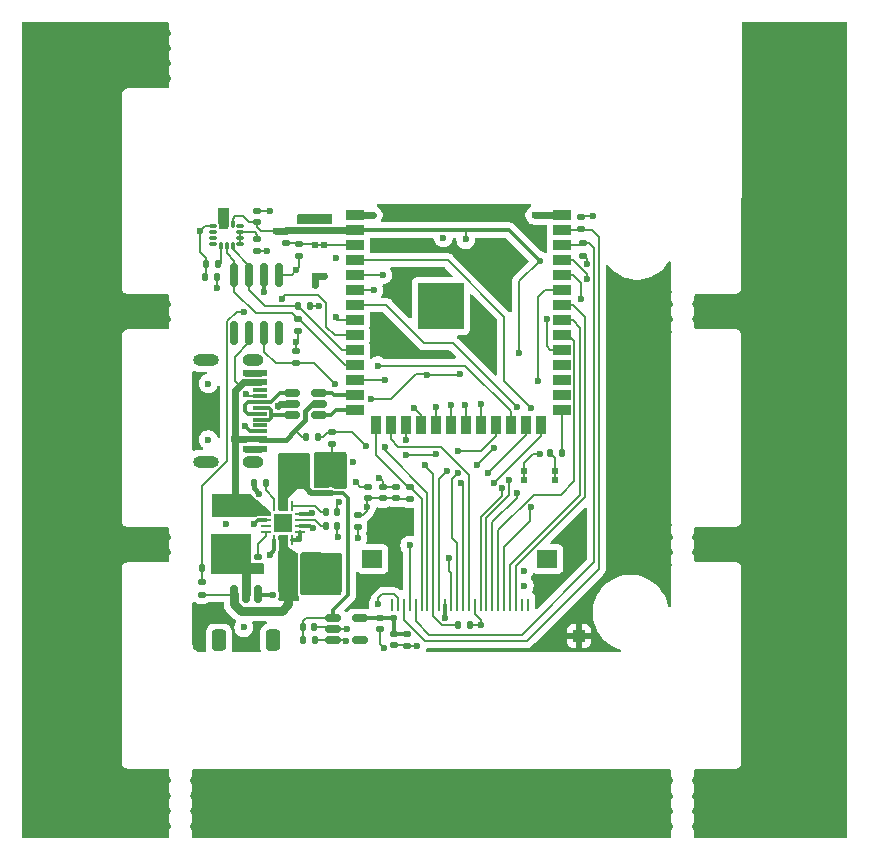
<source format=gbr>
%TF.GenerationSoftware,KiCad,Pcbnew,9.0.3*%
%TF.CreationDate,2025-09-17T23:32:25+02:00*%
%TF.ProjectId,Wear Camera,57656172-2043-4616-9d65-72612e6b6963,rev?*%
%TF.SameCoordinates,Original*%
%TF.FileFunction,Copper,L1,Top*%
%TF.FilePolarity,Positive*%
%FSLAX46Y46*%
G04 Gerber Fmt 4.6, Leading zero omitted, Abs format (unit mm)*
G04 Created by KiCad (PCBNEW 9.0.3) date 2025-09-17 23:32:25*
%MOMM*%
%LPD*%
G01*
G04 APERTURE LIST*
G04 Aperture macros list*
%AMRoundRect*
0 Rectangle with rounded corners*
0 $1 Rounding radius*
0 $2 $3 $4 $5 $6 $7 $8 $9 X,Y pos of 4 corners*
0 Add a 4 corners polygon primitive as box body*
4,1,4,$2,$3,$4,$5,$6,$7,$8,$9,$2,$3,0*
0 Add four circle primitives for the rounded corners*
1,1,$1+$1,$2,$3*
1,1,$1+$1,$4,$5*
1,1,$1+$1,$6,$7*
1,1,$1+$1,$8,$9*
0 Add four rect primitives between the rounded corners*
20,1,$1+$1,$2,$3,$4,$5,0*
20,1,$1+$1,$4,$5,$6,$7,0*
20,1,$1+$1,$6,$7,$8,$9,0*
20,1,$1+$1,$8,$9,$2,$3,0*%
G04 Aperture macros list end*
%TA.AperFunction,SMDPad,CuDef*%
%ADD10RoundRect,0.135000X0.135000X0.185000X-0.135000X0.185000X-0.135000X-0.185000X0.135000X-0.185000X0*%
%TD*%
%TA.AperFunction,SMDPad,CuDef*%
%ADD11RoundRect,0.135000X-0.135000X-0.185000X0.135000X-0.185000X0.135000X0.185000X-0.135000X0.185000X0*%
%TD*%
%TA.AperFunction,SMDPad,CuDef*%
%ADD12RoundRect,0.135000X0.185000X-0.135000X0.185000X0.135000X-0.185000X0.135000X-0.185000X-0.135000X0*%
%TD*%
%TA.AperFunction,SMDPad,CuDef*%
%ADD13RoundRect,0.140000X0.170000X-0.140000X0.170000X0.140000X-0.170000X0.140000X-0.170000X-0.140000X0*%
%TD*%
%TA.AperFunction,SMDPad,CuDef*%
%ADD14RoundRect,0.140000X-0.170000X0.140000X-0.170000X-0.140000X0.170000X-0.140000X0.170000X0.140000X0*%
%TD*%
%TA.AperFunction,SMDPad,CuDef*%
%ADD15RoundRect,0.135000X-0.185000X0.135000X-0.185000X-0.135000X0.185000X-0.135000X0.185000X0.135000X0*%
%TD*%
%TA.AperFunction,SMDPad,CuDef*%
%ADD16RoundRect,0.062500X0.062500X-0.375000X0.062500X0.375000X-0.062500X0.375000X-0.062500X-0.375000X0*%
%TD*%
%TA.AperFunction,SMDPad,CuDef*%
%ADD17RoundRect,0.062500X0.375000X-0.062500X0.375000X0.062500X-0.375000X0.062500X-0.375000X-0.062500X0*%
%TD*%
%TA.AperFunction,HeatsinkPad*%
%ADD18R,1.600000X1.600000*%
%TD*%
%TA.AperFunction,SMDPad,CuDef*%
%ADD19RoundRect,0.250000X-0.412500X-1.100000X0.412500X-1.100000X0.412500X1.100000X-0.412500X1.100000X0*%
%TD*%
%TA.AperFunction,SMDPad,CuDef*%
%ADD20RoundRect,0.150000X0.150000X-0.825000X0.150000X0.825000X-0.150000X0.825000X-0.150000X-0.825000X0*%
%TD*%
%TA.AperFunction,SMDPad,CuDef*%
%ADD21R,0.550000X0.550000*%
%TD*%
%TA.AperFunction,SMDPad,CuDef*%
%ADD22RoundRect,0.087500X0.225000X0.087500X-0.225000X0.087500X-0.225000X-0.087500X0.225000X-0.087500X0*%
%TD*%
%TA.AperFunction,SMDPad,CuDef*%
%ADD23RoundRect,0.087500X0.087500X0.225000X-0.087500X0.225000X-0.087500X-0.225000X0.087500X-0.225000X0*%
%TD*%
%TA.AperFunction,SMDPad,CuDef*%
%ADD24RoundRect,0.250000X1.100000X-0.412500X1.100000X0.412500X-1.100000X0.412500X-1.100000X-0.412500X0*%
%TD*%
%TA.AperFunction,SMDPad,CuDef*%
%ADD25RoundRect,0.140000X-0.140000X-0.170000X0.140000X-0.170000X0.140000X0.170000X-0.140000X0.170000X0*%
%TD*%
%TA.AperFunction,SMDPad,CuDef*%
%ADD26R,0.250000X1.100000*%
%TD*%
%TA.AperFunction,SMDPad,CuDef*%
%ADD27R,1.700000X1.500000*%
%TD*%
%TA.AperFunction,SMDPad,CuDef*%
%ADD28R,1.150000X0.590000*%
%TD*%
%TA.AperFunction,SMDPad,CuDef*%
%ADD29R,1.150000X0.298000*%
%TD*%
%TA.AperFunction,ComponentPad*%
%ADD30O,2.200000X1.000000*%
%TD*%
%TA.AperFunction,ComponentPad*%
%ADD31O,1.800000X1.000000*%
%TD*%
%TA.AperFunction,SMDPad,CuDef*%
%ADD32R,1.000000X1.000000*%
%TD*%
%TA.AperFunction,SMDPad,CuDef*%
%ADD33RoundRect,0.147500X-0.147500X-0.172500X0.147500X-0.172500X0.147500X0.172500X-0.147500X0.172500X0*%
%TD*%
%TA.AperFunction,SMDPad,CuDef*%
%ADD34R,1.500000X0.900000*%
%TD*%
%TA.AperFunction,SMDPad,CuDef*%
%ADD35R,0.900000X1.500000*%
%TD*%
%TA.AperFunction,HeatsinkPad*%
%ADD36C,0.600000*%
%TD*%
%TA.AperFunction,HeatsinkPad*%
%ADD37R,3.900000X3.900000*%
%TD*%
%TA.AperFunction,SMDPad,CuDef*%
%ADD38RoundRect,0.150000X-0.512500X-0.150000X0.512500X-0.150000X0.512500X0.150000X-0.512500X0.150000X0*%
%TD*%
%TA.AperFunction,SMDPad,CuDef*%
%ADD39RoundRect,0.150000X-0.150000X-0.625000X0.150000X-0.625000X0.150000X0.625000X-0.150000X0.625000X0*%
%TD*%
%TA.AperFunction,SMDPad,CuDef*%
%ADD40RoundRect,0.250000X-0.350000X-0.650000X0.350000X-0.650000X0.350000X0.650000X-0.350000X0.650000X0*%
%TD*%
%TA.AperFunction,ViaPad*%
%ADD41C,0.600000*%
%TD*%
%TA.AperFunction,Conductor*%
%ADD42C,0.200000*%
%TD*%
%TA.AperFunction,Conductor*%
%ADD43C,0.600000*%
%TD*%
%TA.AperFunction,Conductor*%
%ADD44C,0.400000*%
%TD*%
%TA.AperFunction,Conductor*%
%ADD45C,0.800000*%
%TD*%
%TA.AperFunction,Conductor*%
%ADD46C,0.300000*%
%TD*%
%TA.AperFunction,Conductor*%
%ADD47C,0.500000*%
%TD*%
%TA.AperFunction,Conductor*%
%ADD48C,0.355900*%
%TD*%
G04 APERTURE END LIST*
D10*
%TO.P,R18,1*%
%TO.N,BOOT*%
X108560000Y-111193800D03*
%TO.P,R18,2*%
%TO.N,Net-(R18-Pad2)*%
X107540000Y-111193800D03*
%TD*%
D11*
%TO.P,R22,1*%
%TO.N,BATT_MEASURE*%
X78040000Y-120993800D03*
%TO.P,R22,2*%
%TO.N,GND*%
X79060000Y-120993800D03*
%TD*%
D12*
%TO.P,R1,1*%
%TO.N,+2V8*%
X95650000Y-115103800D03*
%TO.P,R1,2*%
%TO.N,CAM_RST*%
X95650000Y-114083800D03*
%TD*%
D13*
%TO.P,C5,1*%
%TO.N,GND*%
X95400000Y-127543800D03*
%TO.P,C5,2*%
%TO.N,+1V5*%
X95400000Y-126583800D03*
%TD*%
D14*
%TO.P,C9,1*%
%TO.N,+2V8*%
X91250000Y-116513800D03*
%TO.P,C9,2*%
%TO.N,GND*%
X91250000Y-117473800D03*
%TD*%
D15*
%TO.P,R10,1*%
%TO.N,+3V3_MCU*%
X86050000Y-102583800D03*
%TO.P,R10,2*%
%TO.N,RTC_INT*%
X86050000Y-103603800D03*
%TD*%
D12*
%TO.P,R31,1*%
%TO.N,GND*%
X82750000Y-94103800D03*
%TO.P,R31,2*%
%TO.N,Net-(U4-SCX)*%
X82750000Y-93083800D03*
%TD*%
D16*
%TO.P,U11,1,TS*%
%TO.N,TEMP*%
X84200000Y-118593800D03*
%TO.P,U11,2,BAT*%
%TO.N,+BATT*%
X84700000Y-118593800D03*
%TO.P,U11,3,BAT*%
X85200000Y-118593800D03*
%TO.P,U11,4,~{CE}*%
%TO.N,GND*%
X85700000Y-118593800D03*
D17*
%TO.P,U11,5,EN2*%
X86387500Y-117906300D03*
%TO.P,U11,6,EN1*%
%TO.N,5V_USB*%
X86387500Y-117406300D03*
%TO.P,U11,7,~{PGOOD}*%
%TO.N,Net-(D15-K)*%
X86387500Y-116906300D03*
%TO.P,U11,8,VSS*%
%TO.N,GND*%
X86387500Y-116406300D03*
D16*
%TO.P,U11,9,~{CHG}*%
%TO.N,Net-(D16-K)*%
X85700000Y-115718800D03*
%TO.P,U11,10,OUT*%
%TO.N,VBUS*%
X85200000Y-115718800D03*
%TO.P,U11,11,OUT*%
X84700000Y-115718800D03*
%TO.P,U11,12,ILIM*%
%TO.N,Net-(U11-ILIM)*%
X84200000Y-115718800D03*
D17*
%TO.P,U11,13,IN*%
%TO.N,5V_USB*%
X83512500Y-116406300D03*
%TO.P,U11,14,TMR*%
%TO.N,Net-(U11-TMR)*%
X83512500Y-116906300D03*
%TO.P,U11,15,ITERM*%
%TO.N,unconnected-(U11-ITERM-Pad15)*%
X83512500Y-117406300D03*
%TO.P,U11,16,ISET*%
%TO.N,Net-(U11-ISET)*%
X83512500Y-117906300D03*
D18*
%TO.P,U11,17,VSS*%
%TO.N,GND*%
X84950000Y-117156300D03*
%TD*%
D14*
%TO.P,C14,1*%
%TO.N,GND*%
X82750000Y-90713800D03*
%TO.P,C14,2*%
%TO.N,+3V3_MCU*%
X82750000Y-91673800D03*
%TD*%
%TO.P,C4,1*%
%TO.N,+1V5*%
X94300000Y-126543800D03*
%TO.P,C4,2*%
%TO.N,GND*%
X94300000Y-127503800D03*
%TD*%
D10*
%TO.P,R16,1*%
%TO.N,Net-(JP1-B)*%
X87660000Y-127093800D03*
%TO.P,R16,2*%
%TO.N,VBUS*%
X86640000Y-127093800D03*
%TD*%
D19*
%TO.P,C27,1*%
%TO.N,VBUS*%
X85275000Y-112656300D03*
%TO.P,C27,2*%
%TO.N,GND*%
X88400000Y-112656300D03*
%TD*%
D20*
%TO.P,U3,1,32KHZ*%
%TO.N,unconnected-(U3-32KHZ-Pad1)*%
X80810000Y-101093800D03*
%TO.P,U3,2,VCC*%
%TO.N,5V_USB*%
X82080000Y-101093800D03*
%TO.P,U3,3,~{INT}/SQW*%
%TO.N,RTC_INT*%
X83350000Y-101093800D03*
%TO.P,U3,4,~{RST}*%
%TO.N,unconnected-(U3-~{RST}-Pad4)*%
X84620000Y-101093800D03*
%TO.P,U3,5,GND*%
%TO.N,GND*%
X84620000Y-96143800D03*
%TO.P,U3,6,VBAT*%
%TO.N,RTC_BATT*%
X83350000Y-96143800D03*
%TO.P,U3,7,SDA*%
%TO.N,RTC_SDA*%
X82080000Y-96143800D03*
%TO.P,U3,8,SCL*%
%TO.N,RTC_SCL*%
X80810000Y-96143800D03*
%TD*%
D13*
%TO.P,C6,1*%
%TO.N,GND*%
X86300000Y-94523800D03*
%TO.P,C6,2*%
%TO.N,CHIP_EN*%
X86300000Y-93563800D03*
%TD*%
D11*
%TO.P,R27,1*%
%TO.N,GND*%
X82427500Y-113756300D03*
%TO.P,R27,2*%
%TO.N,Net-(U11-ILIM)*%
X83447500Y-113756300D03*
%TD*%
D15*
%TO.P,R17,1*%
%TO.N,+3V3_MCU*%
X85150000Y-92433800D03*
%TO.P,R17,2*%
%TO.N,CHIP_EN*%
X85150000Y-93453800D03*
%TD*%
D21*
%TO.P,S1,A1*%
%TO.N,GND*%
X87675000Y-96268800D03*
%TO.P,S1,A2*%
X88425000Y-96268800D03*
%TO.P,S1,B1*%
%TO.N,CHIP_EN*%
X87675000Y-93618800D03*
%TO.P,S1,B2*%
X88425000Y-93618800D03*
%TD*%
D14*
%TO.P,C12,1*%
%TO.N,GND*%
X92100000Y-114063800D03*
%TO.P,C12,2*%
%TO.N,+2V8*%
X92100000Y-115023800D03*
%TD*%
D11*
%TO.P,R32,1*%
%TO.N,+3V3_MCU*%
X78390000Y-95193800D03*
%TO.P,R32,2*%
%TO.N,Net-(U4-CS)*%
X79410000Y-95193800D03*
%TD*%
D12*
%TO.P,R21,1*%
%TO.N,+BATT*%
X78050000Y-123203800D03*
%TO.P,R21,2*%
%TO.N,BATT_MEASURE*%
X78050000Y-122183800D03*
%TD*%
D14*
%TO.P,C3,1*%
%TO.N,+1V5*%
X93150000Y-125163800D03*
%TO.P,C3,2*%
%TO.N,GND*%
X93150000Y-126123800D03*
%TD*%
D10*
%TO.P,R9,1*%
%TO.N,+3V3_MCU*%
X87210000Y-98793800D03*
%TO.P,R9,2*%
%TO.N,RTC_SDA*%
X86190000Y-98793800D03*
%TD*%
D22*
%TO.P,U4,1,SDO/SA0*%
%TO.N,Net-(U4-SCX)*%
X81312500Y-93531300D03*
%TO.P,U4,2,SDX*%
X81312500Y-93031300D03*
%TO.P,U4,3,SCX*%
X81312500Y-92531300D03*
%TO.P,U4,4,INT1*%
%TO.N,unconnected-(U4-INT1-Pad4)*%
X81312500Y-92031300D03*
D23*
%TO.P,U4,5,VDDIO*%
%TO.N,+3V3_MCU*%
X80650000Y-91868800D03*
%TO.P,U4,6,GND*%
%TO.N,GND*%
X80150000Y-91868800D03*
%TO.P,U4,7,GND*%
X79650000Y-91868800D03*
D22*
%TO.P,U4,8,VDD*%
%TO.N,+3V3_MCU*%
X78987500Y-92031300D03*
%TO.P,U4,9,INT2*%
%TO.N,unconnected-(U4-INT2-Pad9)*%
X78987500Y-92531300D03*
%TO.P,U4,10,OCS_Aux*%
%TO.N,unconnected-(U4-OCS_Aux-Pad10)*%
X78987500Y-93031300D03*
%TO.P,U4,11,SDO_Aux*%
%TO.N,unconnected-(U4-SDO_Aux-Pad11)*%
X78987500Y-93531300D03*
D23*
%TO.P,U4,12,CS*%
%TO.N,Net-(U4-CS)*%
X79650000Y-93693800D03*
%TO.P,U4,13,SCL*%
%TO.N,RTC_SCL*%
X80150000Y-93693800D03*
%TO.P,U4,14,SDA*%
%TO.N,RTC_SDA*%
X80650000Y-93693800D03*
%TD*%
D24*
%TO.P,C26,1*%
%TO.N,GND*%
X80387500Y-118918800D03*
%TO.P,C26,2*%
%TO.N,5V_USB*%
X80387500Y-115793800D03*
%TD*%
D14*
%TO.P,C1,1*%
%TO.N,GND*%
X88650000Y-91413800D03*
%TO.P,C1,2*%
%TO.N,+3V3_MCU*%
X88650000Y-92373800D03*
%TD*%
D25*
%TO.P,C13,1*%
%TO.N,+3V3_MCU*%
X78340000Y-96343800D03*
%TO.P,C13,2*%
%TO.N,GND*%
X79300000Y-96343800D03*
%TD*%
D26*
%TO.P,J2,1,1*%
%TO.N,unconnected-(J2-Pad1)*%
X105650000Y-124093800D03*
%TO.P,J2,2,2*%
%TO.N,unconnected-(J2-Pad2)*%
X105150000Y-124093800D03*
%TO.P,J2,3,3*%
%TO.N,DVP_Y4*%
X104650000Y-124093800D03*
%TO.P,J2,4,4*%
%TO.N,DVP_Y3*%
X104150000Y-124093800D03*
%TO.P,J2,5,5*%
%TO.N,DVP_Y5*%
X103650000Y-124093800D03*
%TO.P,J2,6,6*%
%TO.N,DVP_Y2*%
X103150000Y-124093800D03*
%TO.P,J2,7,7*%
%TO.N,DVP_Y6*%
X102650000Y-124093800D03*
%TO.P,J2,8,8*%
%TO.N,DVP_PCLK*%
X102150000Y-124093800D03*
%TO.P,J2,9,9*%
%TO.N,DVP_Y7*%
X101650000Y-124093800D03*
%TO.P,J2,10,10*%
%TO.N,GND*%
X101150000Y-124093800D03*
%TO.P,J2,11,11*%
%TO.N,DVP_Y8*%
X100650000Y-124093800D03*
%TO.P,J2,12,12*%
%TO.N,XMCLK*%
X100150000Y-124093800D03*
%TO.P,J2,13,13*%
%TO.N,DVP_Y9*%
X99650000Y-124093800D03*
%TO.P,J2,14,14*%
%TO.N,+2V8*%
X99150000Y-124093800D03*
%TO.P,J2,15,15*%
%TO.N,+1V5*%
X98650000Y-124093800D03*
%TO.P,J2,16,16*%
%TO.N,CAM_HREF*%
X98150000Y-124093800D03*
%TO.P,J2,17,17*%
%TO.N,CAM_PWDN*%
X97650000Y-124093800D03*
%TO.P,J2,18,18*%
%TO.N,CAM_VSYNC*%
X97150000Y-124093800D03*
%TO.P,J2,19,19*%
%TO.N,CAM_RST*%
X96650000Y-124093800D03*
%TO.P,J2,20,20*%
%TO.N,CAM_SCL*%
X96150000Y-124093800D03*
%TO.P,J2,21,21*%
%TO.N,+2V8*%
X95650000Y-124093800D03*
%TO.P,J2,22,22*%
%TO.N,CAM_SDA*%
X95150000Y-124093800D03*
%TO.P,J2,23,23*%
%TO.N,GND*%
X94650000Y-124093800D03*
%TO.P,J2,24,24*%
%TO.N,unconnected-(J2-Pad24)*%
X94150000Y-124093800D03*
D27*
%TO.P,J2,P1*%
%TO.N,N/C*%
X92500000Y-120193800D03*
%TO.P,J2,P2*%
X107300000Y-120193800D03*
%TD*%
D11*
%TO.P,R7,1*%
%TO.N,CAM_PWDN*%
X99740000Y-125793800D03*
%TO.P,R7,2*%
%TO.N,GND*%
X100760000Y-125793800D03*
%TD*%
D28*
%TO.P,U9,A1,GND*%
%TO.N,GND*%
X82950000Y-104443800D03*
%TO.P,U9,A4,VBUS*%
%TO.N,5V_USB*%
X82950000Y-105243800D03*
D29*
%TO.P,U9,A5,CC1*%
%TO.N,Net-(U9-CC1)*%
X82950000Y-106393800D03*
%TO.P,U9,A6,D+*%
%TO.N,/MCU/USB_CON_P*%
X82950000Y-107393800D03*
%TO.P,U9,A7,D-*%
%TO.N,/MCU/USB_CON_N*%
X82950000Y-107893800D03*
%TO.P,U9,A8,SBU1*%
%TO.N,unconnected-(U9-SBU1-PadA8)*%
X82950000Y-108893800D03*
D28*
%TO.P,U9,A9,VBUS*%
%TO.N,5V_USB*%
X82950000Y-110043800D03*
%TO.P,U9,A12,GND*%
%TO.N,GND*%
X82950000Y-110843800D03*
D29*
%TO.P,U9,B5,CC2*%
%TO.N,Net-(U9-CC2)*%
X82950000Y-109393800D03*
%TO.P,U9,B6,D+*%
%TO.N,/MCU/USB_CON_P*%
X82950000Y-108393800D03*
%TO.P,U9,B7,D-*%
%TO.N,/MCU/USB_CON_N*%
X82950000Y-106893800D03*
%TO.P,U9,B8,SBU2*%
%TO.N,unconnected-(U9-SBU2-PadB8)*%
X82950000Y-105893800D03*
D30*
%TO.P,U9,SH1,SHIELD*%
%TO.N,unconnected-(U9-SHIELD-PadSH1)*%
X78375000Y-103323800D03*
%TO.P,U9,SH2*%
%TO.N,N/C*%
X78375000Y-111963800D03*
D31*
%TO.P,U9,SH3*%
X82375000Y-103323800D03*
%TO.P,U9,SH4*%
X82375000Y-111963800D03*
%TD*%
D32*
%TO.P,TP1,1,1*%
%TO.N,NONET_NET*%
X109980000Y-126733800D03*
%TD*%
D33*
%TO.P,D16,1,K*%
%TO.N,Net-(D16-K)*%
X88565000Y-116243800D03*
%TO.P,D16,2,A*%
%TO.N,Net-(D16-A)*%
X89535000Y-116243800D03*
%TD*%
D12*
%TO.P,R26,1*%
%TO.N,GND*%
X82787500Y-121026300D03*
%TO.P,R26,2*%
%TO.N,Net-(U11-ISET)*%
X82787500Y-120006300D03*
%TD*%
D33*
%TO.P,D15,1,K*%
%TO.N,Net-(D15-K)*%
X88565000Y-117443800D03*
%TO.P,D15,2,A*%
%TO.N,Net-(D15-A)*%
X89535000Y-117443800D03*
%TD*%
D12*
%TO.P,R14,1*%
%TO.N,CAM_SDA*%
X110150000Y-92253800D03*
%TO.P,R14,2*%
%TO.N,+3V3_MCU*%
X110150000Y-91233800D03*
%TD*%
D21*
%TO.P,S2,A1*%
%TO.N,Net-(R18-Pad2)*%
X107975000Y-113518800D03*
%TO.P,S2,A2*%
X107975000Y-112768800D03*
%TO.P,S2,B1*%
%TO.N,GND*%
X105325000Y-113518800D03*
%TO.P,S2,B2*%
X105325000Y-112768800D03*
%TD*%
D34*
%TO.P,U2,1,GND*%
%TO.N,GND*%
X91015000Y-91083800D03*
%TO.P,U2,2,3V3*%
%TO.N,+3V3_MCU*%
X91015000Y-92353800D03*
%TO.P,U2,3,EN*%
%TO.N,CHIP_EN*%
X91015000Y-93623800D03*
%TO.P,U2,4,IO4*%
%TO.N,DVP_Y5*%
X91015000Y-94893800D03*
%TO.P,U2,5,IO5*%
%TO.N,DVP_PCLK*%
X91015000Y-96163800D03*
%TO.P,U2,6,IO6*%
%TO.N,CAM_VSYNC*%
X91015000Y-97433800D03*
%TO.P,U2,7,IO7*%
%TO.N,DVP_Y6*%
X91015000Y-98703800D03*
%TO.P,U2,8,IO15*%
%TO.N,Net-(U2-IO15)*%
X91015000Y-99973800D03*
%TO.P,U2,9,IO16*%
%TO.N,BATT_MEASURE*%
X91015000Y-101243800D03*
%TO.P,U2,10,IO17*%
%TO.N,RTC_SDA*%
X91015000Y-102513800D03*
%TO.P,U2,11,IO18*%
%TO.N,RTC_SCL*%
X91015000Y-103783800D03*
%TO.P,U2,12,IO8*%
%TO.N,DVP_Y7*%
X91015000Y-105053800D03*
%TO.P,U2,13,USB_D-*%
%TO.N,USB_D-*%
X91015000Y-106323800D03*
%TO.P,U2,14,USB_D+*%
%TO.N,USB_D+*%
X91015000Y-107593800D03*
D35*
%TO.P,U2,15,IO3*%
%TO.N,CAM_RST*%
X92780000Y-108843800D03*
%TO.P,U2,16,IO46*%
%TO.N,DVP_Y8*%
X94050000Y-108843800D03*
%TO.P,U2,17,IO9*%
%TO.N,CAM_PWDN*%
X95320000Y-108843800D03*
%TO.P,U2,18,IO10*%
%TO.N,SDMMC1_D1*%
X96590000Y-108843800D03*
%TO.P,U2,19,IO11*%
%TO.N,SDMMC1_D0*%
X97860000Y-108843800D03*
%TO.P,U2,20,IO12*%
%TO.N,SDMMC1_SCK*%
X99130000Y-108843800D03*
%TO.P,U2,21,IO13*%
%TO.N,SDMMC1_CMD*%
X100400000Y-108843800D03*
%TO.P,U2,22,IO14*%
%TO.N,SDMMC1_D3*%
X101670000Y-108843800D03*
%TO.P,U2,23,IO21*%
%TO.N,USB_INT*%
X102940000Y-108843800D03*
%TO.P,U2,24,IO47*%
%TO.N,RTC_INT*%
X104210000Y-108843800D03*
%TO.P,U2,25,IO48*%
%TO.N,DVP_Y9*%
X105480000Y-108843800D03*
%TO.P,U2,26,IO45*%
%TO.N,XMCLK*%
X106750000Y-108843800D03*
D34*
%TO.P,U2,27,IO0*%
%TO.N,BOOT*%
X108515000Y-107593800D03*
%TO.P,U2,28,IO35*%
%TO.N,unconnected-(U2-IO35-Pad28)*%
X108515000Y-106323800D03*
%TO.P,U2,29,IO36*%
%TO.N,unconnected-(U2-IO36-Pad29)*%
X108515000Y-105053800D03*
%TO.P,U2,30,IO37*%
%TO.N,unconnected-(U2-IO37-Pad30)*%
X108515000Y-103783800D03*
%TO.P,U2,31,IO38*%
%TO.N,SDMMC1_D2*%
X108515000Y-102513800D03*
%TO.P,U2,32,IO39*%
%TO.N,DVP_Y2*%
X108515000Y-101243800D03*
%TO.P,U2,33,IO40*%
%TO.N,DVP_Y3*%
X108515000Y-99973800D03*
%TO.P,U2,34,IO41*%
%TO.N,DVP_Y4*%
X108515000Y-98703800D03*
%TO.P,U2,35,IO42*%
%TO.N,CAM_HREF*%
X108515000Y-97433800D03*
%TO.P,U2,36,RXD0*%
%TO.N,EN_2.8V*%
X108515000Y-96163800D03*
%TO.P,U2,37,TXD0*%
%TO.N,EN_1.5V*%
X108515000Y-94893800D03*
%TO.P,U2,38,IO2*%
%TO.N,CAM_SCL*%
X108515000Y-93623800D03*
%TO.P,U2,39,IO1*%
%TO.N,CAM_SDA*%
X108515000Y-92353800D03*
%TO.P,U2,40,GND*%
%TO.N,GND*%
X108515000Y-91083800D03*
D36*
%TO.P,U2,41,GND*%
X96865000Y-98103800D03*
X96865000Y-99503800D03*
X97565000Y-97403800D03*
X97565000Y-98803800D03*
X97565000Y-100203800D03*
X98265000Y-98103800D03*
D37*
X98265000Y-98803800D03*
D36*
X98265000Y-99503800D03*
X98965000Y-97403800D03*
X98965000Y-98803800D03*
X98965000Y-100203800D03*
X99665000Y-98103800D03*
X99665000Y-99503800D03*
%TD*%
D38*
%TO.P,U5,1,IN*%
%TO.N,VBUS*%
X89150000Y-125193800D03*
%TO.P,U5,2,GND*%
%TO.N,GND*%
X89150000Y-126143800D03*
%TO.P,U5,3,EN*%
%TO.N,Net-(JP1-B)*%
X89150000Y-127093800D03*
%TO.P,U5,4,NC*%
%TO.N,unconnected-(U5-NC-Pad4)*%
X91425000Y-127093800D03*
%TO.P,U5,5,OUT*%
%TO.N,+1V5*%
X91425000Y-125193800D03*
%TD*%
D25*
%TO.P,C10,1*%
%TO.N,VBUS*%
X86620000Y-125943800D03*
%TO.P,C10,2*%
%TO.N,GND*%
X87580000Y-125943800D03*
%TD*%
D19*
%TO.P,C28,1*%
%TO.N,+BATT*%
X85387500Y-121193800D03*
%TO.P,C28,2*%
%TO.N,GND*%
X88512500Y-121193800D03*
%TD*%
D11*
%TO.P,R19,1*%
%TO.N,5V_USB*%
X86840000Y-109843800D03*
%TO.P,R19,2*%
%TO.N,USB_INT*%
X87860000Y-109843800D03*
%TD*%
D38*
%TO.P,U10,1,I/O1*%
%TO.N,/MCU/USB_CON_N*%
X85725000Y-106143800D03*
%TO.P,U10,2,GND*%
%TO.N,GND*%
X85725000Y-107093800D03*
%TO.P,U10,3,I/O2*%
%TO.N,/MCU/USB_CON_P*%
X85725000Y-108043800D03*
%TO.P,U10,4,I/O2*%
%TO.N,USB_D+*%
X88000000Y-108043800D03*
%TO.P,U10,5,VBUS*%
%TO.N,5V_USB*%
X88000000Y-107093800D03*
%TO.P,U10,6,I/O1*%
%TO.N,USB_D-*%
X88000000Y-106143800D03*
%TD*%
D39*
%TO.P,J4,1,Pin_1*%
%TO.N,+BATT*%
X80800000Y-123193800D03*
%TO.P,J4,2,Pin_2*%
%TO.N,GND*%
X81800000Y-123193800D03*
%TO.P,J4,3,Pin_3*%
%TO.N,Net-(J4-Pin_3)*%
X82800000Y-123193800D03*
D40*
%TO.P,J4,MP*%
%TO.N,N/C*%
X79500000Y-127068800D03*
X84100000Y-127068800D03*
%TD*%
D15*
%TO.P,R30,1*%
%TO.N,CAM_SCL*%
X110300000Y-93483800D03*
%TO.P,R30,2*%
%TO.N,+3V3_MCU*%
X110300000Y-94503800D03*
%TD*%
D13*
%TO.P,C7,1*%
%TO.N,+2V8*%
X93350000Y-115073800D03*
%TO.P,C7,2*%
%TO.N,GND*%
X93350000Y-114113800D03*
%TD*%
D12*
%TO.P,R8,1*%
%TO.N,+3V3_MCU*%
X86200000Y-100903800D03*
%TO.P,R8,2*%
%TO.N,RTC_SCL*%
X86200000Y-99883800D03*
%TD*%
D15*
%TO.P,R20,1*%
%TO.N,USB_INT*%
X89100000Y-109433800D03*
%TO.P,R20,2*%
%TO.N,GND*%
X89100000Y-110453800D03*
%TD*%
D14*
%TO.P,C2,1*%
%TO.N,GND*%
X87350000Y-91413800D03*
%TO.P,C2,2*%
%TO.N,+3V3_MCU*%
X87350000Y-92373800D03*
%TD*%
D13*
%TO.P,C8,1*%
%TO.N,+2V8*%
X94500000Y-115043800D03*
%TO.P,C8,2*%
%TO.N,GND*%
X94500000Y-114083800D03*
%TD*%
D41*
%TO.N,GND*%
X84500000Y-107243800D03*
X89550000Y-120443800D03*
X106250000Y-91093800D03*
X91250000Y-118393800D03*
X90850000Y-111943800D03*
X86050000Y-95743800D03*
X101650000Y-125793800D03*
X83540000Y-94103800D03*
X81800000Y-120693800D03*
X92550000Y-91093800D03*
X106650000Y-111343800D03*
X90300000Y-126143800D03*
X85387500Y-117606300D03*
X87344238Y-116318799D03*
X81800000Y-110843800D03*
X89400000Y-94693800D03*
X82887500Y-114656300D03*
X84487500Y-116706300D03*
X89750000Y-113593800D03*
X86275000Y-118468800D03*
X93047156Y-113311812D03*
X96300000Y-127543800D03*
X87100000Y-121943800D03*
X105300000Y-121193800D03*
X84950000Y-117156300D03*
X84487500Y-117606300D03*
X93000000Y-124043800D03*
X98500000Y-92993800D03*
X89800000Y-111943800D03*
X85387500Y-116706300D03*
X80100000Y-117243800D03*
X78600000Y-110093800D03*
X79900000Y-90893800D03*
X81600000Y-125993800D03*
X78600000Y-105343800D03*
X81800000Y-104443800D03*
X105350000Y-122443800D03*
X83800000Y-90743800D03*
X93479291Y-127716922D03*
X87050000Y-120693800D03*
X91100000Y-113643800D03*
X79300000Y-97293800D03*
X87675000Y-97018800D03*
X80700000Y-120293800D03*
X86450000Y-91443800D03*
X89550000Y-122043800D03*
%TO.N,+3V3_MCU*%
X88000000Y-98793800D03*
X104900000Y-102743800D03*
X92400000Y-106662853D03*
X110650000Y-95195272D03*
X111150000Y-91193800D03*
X84350000Y-92443800D03*
X77900000Y-92443800D03*
X106650000Y-94943800D03*
X99950000Y-104493800D03*
X100400000Y-93143800D03*
X86050000Y-101793800D03*
X97090000Y-104593800D03*
%TO.N,5V_USB*%
X82450000Y-115993800D03*
X87450000Y-117593800D03*
%TO.N,VBUS*%
X86750000Y-112643800D03*
X88950000Y-114618800D03*
%TO.N,Net-(D15-A)*%
X89550000Y-118343800D03*
%TO.N,Net-(D16-A)*%
X89650000Y-115393800D03*
%TO.N,SDMMC1_D0*%
X97860000Y-107293800D03*
%TO.N,SDMMC1_D1*%
X96000000Y-107393800D03*
%TO.N,SDMMC1_D2*%
X107264998Y-99893800D03*
%TO.N,SDMMC1_D3*%
X101700000Y-107093800D03*
%TO.N,SDMMC1_CMD*%
X100350000Y-107193800D03*
%TO.N,RTC_INT*%
X92950000Y-103843800D03*
X89350000Y-105393800D03*
%TO.N,RTC_BATT*%
X83350000Y-97593800D03*
%TO.N,Net-(U9-CC1)*%
X81796723Y-106262130D03*
%TO.N,Net-(U9-CC2)*%
X81700000Y-108943800D03*
%TO.N,Net-(U11-TMR)*%
X82500000Y-117243800D03*
%TO.N,DVP_Y6*%
X104700000Y-114593800D03*
X104700000Y-107343800D03*
%TO.N,CAM_HREF*%
X101350000Y-112243800D03*
X98850000Y-112743800D03*
X102800000Y-110793800D03*
X106500000Y-105093800D03*
%TO.N,DVP_PCLK*%
X104100000Y-113543800D03*
X93350000Y-96143800D03*
%TO.N,DVP_Y5*%
X105949265Y-115793065D03*
X105900000Y-107443800D03*
%TO.N,CAM_VSYNC*%
X93525000Y-110693800D03*
X92600000Y-97443800D03*
%TO.N,DVP_Y9*%
X102262500Y-112956300D03*
X99700735Y-112943065D03*
%TO.N,CAM_PWDN*%
X96950000Y-112243800D03*
X95320000Y-110093800D03*
%TO.N,SDMMC1_SCK*%
X99150000Y-107193800D03*
%TO.N,DVP_Y7*%
X103500000Y-114193800D03*
X93600000Y-105043800D03*
%TO.N,XMCLK*%
X100000000Y-113793800D03*
X102796850Y-113740650D03*
%TO.N,+2V8*%
X98950000Y-120093800D03*
X95650000Y-119043800D03*
X92034243Y-115768800D03*
%TO.N,+1V5*%
X98650000Y-125193800D03*
X94300000Y-125193800D03*
%TO.N,EN_1.5V*%
X110650000Y-96493800D03*
%TO.N,Net-(JP1-B)*%
X90262500Y-127110402D03*
%TO.N,EN_2.8V*%
X110150000Y-98143800D03*
%TO.N,USB_INT*%
X91950000Y-110643800D03*
X95300000Y-111393800D03*
X97850000Y-111343800D03*
X99700000Y-111044800D03*
%TO.N,BATT_MEASURE*%
X81650000Y-99293800D03*
X84800000Y-98143800D03*
%TO.N,Net-(U2-IO15)*%
X89400000Y-99743800D03*
%TO.N,Net-(J4-Pin_3)*%
X84100000Y-123243800D03*
%TO.N,TEMP*%
X83800000Y-119843800D03*
%TD*%
D42*
%TO.N,+3V3_MCU*%
X77900000Y-94243800D02*
X77900000Y-92443800D01*
X78390000Y-95193800D02*
X78390000Y-94733800D01*
X78390000Y-94733800D02*
X77900000Y-94243800D01*
X78400000Y-96243800D02*
X78400000Y-95333800D01*
X78500000Y-96343800D02*
X78400000Y-96243800D01*
%TO.N,GND*%
X79300000Y-97293800D02*
X79300000Y-96503800D01*
X79300000Y-96503800D02*
X79460000Y-96343800D01*
X94300000Y-127503800D02*
X95360000Y-127503800D01*
D43*
X87675000Y-96268800D02*
X88425000Y-96268800D01*
D44*
X82787500Y-121026300D02*
X82132500Y-121026300D01*
D45*
X81800000Y-123193800D02*
X81800000Y-120693800D01*
D43*
X84650000Y-107093800D02*
X84500000Y-107243800D01*
D46*
X86150000Y-118593800D02*
X86275000Y-118468800D01*
D42*
X85650000Y-96143800D02*
X86050000Y-95743800D01*
X91100000Y-113643800D02*
X91100000Y-113693800D01*
X93000000Y-124043800D02*
X93000000Y-123493800D01*
X84620000Y-96143800D02*
X85650000Y-96143800D01*
D43*
X106260000Y-91083800D02*
X108515000Y-91083800D01*
D42*
X87580000Y-125943800D02*
X88950000Y-125943800D01*
D43*
X81800000Y-110843800D02*
X82950000Y-110843800D01*
D42*
X101150000Y-124843800D02*
X101650000Y-125343800D01*
X91250000Y-117473800D02*
X91250000Y-118243800D01*
X94500000Y-114083800D02*
X93380000Y-114083800D01*
X86300000Y-95493800D02*
X86300000Y-94523800D01*
X86050000Y-95743800D02*
X86300000Y-95493800D01*
X91250000Y-118243800D02*
X91250000Y-118393800D01*
X89100000Y-110453800D02*
X89100000Y-111443800D01*
X93000000Y-123493800D02*
X93300000Y-123193800D01*
X93380000Y-114083800D02*
X93350000Y-114113800D01*
D43*
X91015000Y-91083800D02*
X92540000Y-91083800D01*
D42*
X106650000Y-111343800D02*
X106050000Y-111343800D01*
X91100000Y-113693800D02*
X91470000Y-114063800D01*
D46*
X85700000Y-118593800D02*
X86150000Y-118593800D01*
D42*
X88950000Y-125943800D02*
X89150000Y-126143800D01*
D43*
X85725000Y-107093800D02*
X84650000Y-107093800D01*
D42*
X93350000Y-113614656D02*
X93047156Y-113311812D01*
X101650000Y-125793800D02*
X100760000Y-125793800D01*
X95400000Y-127543800D02*
X96300000Y-127543800D01*
D43*
X106250000Y-91093800D02*
X106260000Y-91083800D01*
D42*
X101650000Y-125343800D02*
X101650000Y-125793800D01*
X93150000Y-127387631D02*
X93479291Y-127716922D01*
X89600000Y-111943800D02*
X89800000Y-111943800D01*
D46*
X86387500Y-118356300D02*
X86387500Y-117906300D01*
X87256737Y-116406300D02*
X86387500Y-116406300D01*
X87344238Y-116318799D02*
X87256737Y-116406300D01*
D42*
X89100000Y-111443800D02*
X89600000Y-111943800D01*
D44*
X82427500Y-113756300D02*
X82427500Y-114196300D01*
D42*
X106050000Y-111343800D02*
X105325000Y-112068800D01*
D43*
X92540000Y-91083800D02*
X92550000Y-91093800D01*
D42*
X93150000Y-126123800D02*
X93150000Y-127387631D01*
X93350000Y-114113800D02*
X93350000Y-113614656D01*
X83770000Y-90713800D02*
X83800000Y-90743800D01*
X95360000Y-127503800D02*
X95400000Y-127543800D01*
X89150000Y-126143800D02*
X90300000Y-126143800D01*
D44*
X82427500Y-114196300D02*
X82887500Y-114656300D01*
X82132500Y-121026300D02*
X81800000Y-120693800D01*
D42*
X94650000Y-123493800D02*
X94650000Y-124093800D01*
X105325000Y-112768800D02*
X105325000Y-113518800D01*
X93300000Y-123193800D02*
X94350000Y-123193800D01*
D43*
X87675000Y-97018800D02*
X87675000Y-96268800D01*
D42*
X82750000Y-90713800D02*
X83770000Y-90713800D01*
D43*
X82950000Y-104443800D02*
X81800000Y-104443800D01*
D42*
X105325000Y-112068800D02*
X105325000Y-113518800D01*
D46*
X86275000Y-118468800D02*
X86387500Y-118356300D01*
D42*
X101150000Y-124093800D02*
X101150000Y-124843800D01*
X94350000Y-123193800D02*
X94650000Y-123493800D01*
X83540000Y-94103800D02*
X82750000Y-94103800D01*
X91470000Y-114063800D02*
X92100000Y-114063800D01*
%TO.N,+3V3_MCU*%
X82030000Y-91673800D02*
X81550000Y-91193800D01*
X86050000Y-102583800D02*
X86050000Y-101793800D01*
X78312500Y-92031300D02*
X77900000Y-92443800D01*
X86200000Y-100903800D02*
X86200000Y-101643800D01*
X97090000Y-104593800D02*
X97040000Y-104543800D01*
X80650000Y-91443800D02*
X80650000Y-91868800D01*
X82750000Y-92093800D02*
X83100000Y-92443800D01*
D46*
X100400000Y-92343800D02*
X104050000Y-92343800D01*
D42*
X96200000Y-104543800D02*
X94080947Y-106662853D01*
D43*
X85150000Y-92433800D02*
X84360000Y-92433800D01*
D42*
X97040000Y-104543800D02*
X96200000Y-104543800D01*
X80900000Y-91193800D02*
X80650000Y-91443800D01*
D46*
X91015000Y-92353800D02*
X91025000Y-92343800D01*
D42*
X110650000Y-94703800D02*
X110450000Y-94503800D01*
X94080947Y-106662853D02*
X92400000Y-106662853D01*
X104900000Y-96693800D02*
X106650000Y-94943800D01*
X83100000Y-92443800D02*
X84350000Y-92443800D01*
D43*
X88650000Y-92373800D02*
X90995000Y-92373800D01*
D42*
X81550000Y-91193800D02*
X80900000Y-91193800D01*
X78987500Y-92031300D02*
X78312500Y-92031300D01*
D46*
X91025000Y-92343800D02*
X100400000Y-92343800D01*
D43*
X88670000Y-92353800D02*
X88650000Y-92373800D01*
D42*
X99850000Y-104593800D02*
X97090000Y-104593800D01*
D43*
X85210000Y-92373800D02*
X85150000Y-92433800D01*
D42*
X100400000Y-93143800D02*
X100400000Y-92343800D01*
D43*
X84360000Y-92433800D02*
X84350000Y-92443800D01*
D42*
X86200000Y-101643800D02*
X86050000Y-101793800D01*
X82750000Y-91673800D02*
X82030000Y-91673800D01*
X110140000Y-91193800D02*
X111150000Y-91193800D01*
X104900000Y-102743800D02*
X104900000Y-96693800D01*
X110100000Y-91233800D02*
X110140000Y-91193800D01*
X110650000Y-95195272D02*
X110650000Y-94703800D01*
X99950000Y-104493800D02*
X99850000Y-104593800D01*
D43*
X87350000Y-92373800D02*
X85210000Y-92373800D01*
X88650000Y-92373800D02*
X87350000Y-92373800D01*
D42*
X82750000Y-91673800D02*
X82750000Y-92093800D01*
D46*
X104050000Y-92343800D02*
X106650000Y-94943800D01*
D42*
X87210000Y-98793800D02*
X88000000Y-98793800D01*
D43*
X90995000Y-92373800D02*
X91015000Y-92353800D01*
%TO.N,5V_USB*%
X81550000Y-105243800D02*
X81275000Y-105518800D01*
X82950000Y-105243800D02*
X81550000Y-105243800D01*
D42*
X80850000Y-103093800D02*
X80850000Y-105093800D01*
D44*
X85950000Y-109293800D02*
X85149000Y-110094800D01*
D46*
X87450000Y-117593800D02*
X87250000Y-117393800D01*
D42*
X82080000Y-101093800D02*
X82080000Y-101863800D01*
X86500000Y-109843800D02*
X85950000Y-109293800D01*
D46*
X86400000Y-117393800D02*
X86387500Y-117406300D01*
X87250000Y-117393800D02*
X86400000Y-117393800D01*
D42*
X86840000Y-109843800D02*
X86500000Y-109843800D01*
D44*
X86788500Y-107642802D02*
X86788500Y-108455300D01*
D43*
X81275000Y-105518800D02*
X80900000Y-105893800D01*
X80350000Y-115756300D02*
X80387500Y-115793800D01*
D44*
X83001000Y-110094800D02*
X82950000Y-110043800D01*
X86788500Y-108455300D02*
X85950000Y-109293800D01*
D43*
X80900000Y-115281300D02*
X80387500Y-115793800D01*
D42*
X82080000Y-101863800D02*
X80850000Y-103093800D01*
D43*
X80900000Y-105893800D02*
X80900000Y-115281300D01*
D44*
X87337502Y-107093800D02*
X86788500Y-107642802D01*
D42*
X80850000Y-105093800D02*
X81275000Y-105518800D01*
D44*
X85149000Y-110094800D02*
X83001000Y-110094800D01*
X88000000Y-107093800D02*
X87337502Y-107093800D01*
D46*
%TO.N,VBUS*%
X90025000Y-114618800D02*
X88950000Y-114618800D01*
D47*
X86750000Y-114057296D02*
X87311504Y-114618800D01*
D42*
X86640000Y-125963800D02*
X86620000Y-125943800D01*
D47*
X85275000Y-112656300D02*
X85349004Y-112656300D01*
D42*
X86640000Y-127093800D02*
X86640000Y-125963800D01*
X86620000Y-125473800D02*
X86620000Y-125943800D01*
D47*
X88950000Y-114618800D02*
X89000000Y-114618800D01*
X86750000Y-112643800D02*
X86750000Y-114057296D01*
D46*
X89150000Y-124543800D02*
X90450000Y-123243800D01*
D42*
X86900000Y-125193800D02*
X86620000Y-125473800D01*
D47*
X86750000Y-112643800D02*
X86737500Y-112656300D01*
X87311504Y-114618800D02*
X88950000Y-114618800D01*
D46*
X90450000Y-123243800D02*
X90450000Y-115043800D01*
D42*
X89150000Y-125193800D02*
X86900000Y-125193800D01*
D46*
X90450000Y-115043800D02*
X90025000Y-114618800D01*
X89150000Y-125193800D02*
X89150000Y-124543800D01*
D45*
%TO.N,+BATT*%
X85387500Y-124006300D02*
X85387500Y-121193800D01*
D42*
X78050000Y-123203800D02*
X80790000Y-123203800D01*
D45*
X84824000Y-124569800D02*
X85387500Y-124006300D01*
X81334768Y-124569800D02*
X84824000Y-124569800D01*
X80800000Y-124035032D02*
X81334768Y-124569800D01*
D42*
X80790000Y-123203800D02*
X80800000Y-123193800D01*
D43*
X85150000Y-121193800D02*
X85887500Y-121193800D01*
D45*
X80800000Y-123193800D02*
X80800000Y-124035032D01*
D42*
%TO.N,Net-(D15-A)*%
X89550000Y-118343800D02*
X89535000Y-118328800D01*
X89535000Y-118328800D02*
X89535000Y-117443800D01*
%TO.N,Net-(D15-K)*%
X88182500Y-117443800D02*
X88565000Y-117443800D01*
X87658499Y-116919799D02*
X88182500Y-117443800D01*
X86387500Y-116906300D02*
X86400999Y-116919799D01*
X86400999Y-116919799D02*
X87658499Y-116919799D01*
%TO.N,Net-(D16-A)*%
X89535000Y-116243800D02*
X89535000Y-115508800D01*
X89535000Y-115508800D02*
X89650000Y-115393800D01*
%TO.N,Net-(D16-K)*%
X87600000Y-115718800D02*
X88125000Y-116243800D01*
X85700000Y-115718800D02*
X87600000Y-115718800D01*
X88125000Y-116243800D02*
X88565000Y-116243800D01*
%TO.N,SDMMC1_D0*%
X97860000Y-107293800D02*
X97860000Y-108843800D01*
%TO.N,SDMMC1_D1*%
X96000000Y-107393800D02*
X96590000Y-107983800D01*
X96590000Y-107983800D02*
X96590000Y-108843800D01*
%TO.N,SDMMC1_D2*%
X107250000Y-102198800D02*
X107565000Y-102513800D01*
X107264998Y-99893800D02*
X107250000Y-99908798D01*
X107250000Y-99908798D02*
X107250000Y-102198800D01*
X107565000Y-102513800D02*
X108515000Y-102513800D01*
%TO.N,SDMMC1_D3*%
X101700000Y-108813800D02*
X101670000Y-108843800D01*
X101700000Y-107093800D02*
X101700000Y-108813800D01*
%TO.N,SDMMC1_CMD*%
X100400000Y-107243800D02*
X100350000Y-107193800D01*
X100400000Y-108843800D02*
X100400000Y-107243800D01*
%TO.N,RTC_SDA*%
X86190000Y-98793800D02*
X86140000Y-98743800D01*
X82080000Y-95421048D02*
X80650000Y-93991048D01*
X86140000Y-98743800D02*
X83400000Y-98743800D01*
X80650000Y-93991048D02*
X80650000Y-93693800D01*
X86190000Y-98793800D02*
X89910000Y-102513800D01*
X82080000Y-97423800D02*
X82080000Y-95421048D01*
X89910000Y-102513800D02*
X91015000Y-102513800D01*
X83400000Y-98743800D02*
X82080000Y-97423800D01*
%TO.N,RTC_SCL*%
X82600000Y-99393800D02*
X85710000Y-99393800D01*
X85710000Y-99393800D02*
X86200000Y-99883800D01*
X80810000Y-94953800D02*
X80810000Y-97603800D01*
X80150000Y-93693800D02*
X80150000Y-94293800D01*
X90140000Y-103783800D02*
X91015000Y-103783800D01*
X80810000Y-97603800D02*
X82600000Y-99393800D01*
X86240000Y-99883800D02*
X90140000Y-103783800D01*
X86200000Y-99883800D02*
X86240000Y-99883800D01*
X80150000Y-94293800D02*
X80810000Y-94953800D01*
%TO.N,RTC_INT*%
X104210000Y-107703800D02*
X100350000Y-103843800D01*
X83350000Y-101343800D02*
X83350000Y-102643800D01*
X86050000Y-103603800D02*
X87560000Y-103603800D01*
X83350000Y-102643800D02*
X84310000Y-103603800D01*
X104210000Y-108843800D02*
X104210000Y-107703800D01*
X84310000Y-103603800D02*
X86050000Y-103603800D01*
X100350000Y-103843800D02*
X92950000Y-103843800D01*
X87560000Y-103603800D02*
X89350000Y-105393800D01*
D46*
%TO.N,RTC_BATT*%
X83350000Y-96143800D02*
X83350000Y-97593800D01*
D42*
%TO.N,Net-(U9-CC1)*%
X81928393Y-106393800D02*
X82950000Y-106393800D01*
X81796723Y-106262130D02*
X81928393Y-106393800D01*
D46*
%TO.N,Net-(U9-CC2)*%
X82150000Y-109393800D02*
X82950000Y-109393800D01*
X81700000Y-108943800D02*
X82150000Y-109393800D01*
D42*
%TO.N,Net-(U11-ISET)*%
X82787500Y-120006300D02*
X82787500Y-118956300D01*
X83512500Y-117906300D02*
X83512500Y-118231300D01*
X82787500Y-118956300D02*
X83512500Y-118231300D01*
%TO.N,Net-(U11-ILIM)*%
X83447500Y-114391300D02*
X83447500Y-113756300D01*
X84200000Y-115143800D02*
X83447500Y-114391300D01*
X84200000Y-115718800D02*
X84200000Y-115143800D01*
D46*
%TO.N,Net-(U11-TMR)*%
X83512500Y-116906300D02*
X82837500Y-116906300D01*
X82837500Y-116906300D02*
X82500000Y-117243800D01*
D42*
%TO.N,CAM_SCL*%
X110310000Y-93623800D02*
X108515000Y-93623800D01*
X111250000Y-93893800D02*
X110840000Y-93483800D01*
X111250000Y-120493800D02*
X111250000Y-93893800D01*
X110450000Y-93483800D02*
X110310000Y-93623800D01*
X97300000Y-126593800D02*
X105150000Y-126593800D01*
X110840000Y-93483800D02*
X110450000Y-93483800D01*
X96150000Y-124093800D02*
X96150000Y-125443800D01*
X96150000Y-125443800D02*
X97300000Y-126593800D01*
X105150000Y-126593800D02*
X111250000Y-120493800D01*
%TO.N,DVP_Y6*%
X104700000Y-115043800D02*
X102648000Y-117095800D01*
X104700000Y-114593800D02*
X104700000Y-115043800D01*
X99300000Y-101943800D02*
X96903000Y-101943800D01*
X93663000Y-98703800D02*
X91015000Y-98703800D01*
X102648000Y-117095800D02*
X102648000Y-124091800D01*
X104700000Y-107343800D02*
X99300000Y-101943800D01*
X102648000Y-124091800D02*
X102650000Y-124093800D01*
X96903000Y-101943800D02*
X93663000Y-98703800D01*
%TO.N,CAM_RST*%
X95650000Y-114083800D02*
X95490057Y-114083800D01*
X96650000Y-115083800D02*
X95650000Y-114083800D01*
X96650000Y-124093800D02*
X96650000Y-115083800D01*
X92780000Y-111373743D02*
X92780000Y-108843800D01*
X95490057Y-114083800D02*
X92780000Y-111373743D01*
%TO.N,CAM_HREF*%
X106500000Y-105093800D02*
X106500000Y-98043800D01*
X98150000Y-113443800D02*
X98150000Y-124093800D01*
X107110000Y-97433800D02*
X108515000Y-97433800D01*
X102800000Y-110793800D02*
X101350000Y-112243800D01*
X98850000Y-112743800D02*
X98150000Y-113443800D01*
X106500000Y-98043800D02*
X107110000Y-97433800D01*
%TO.N,DVP_PCLK*%
X104100000Y-114793800D02*
X102150000Y-116743800D01*
X93330000Y-96163800D02*
X93350000Y-96143800D01*
X102150000Y-116743800D02*
X102150000Y-124093800D01*
X91015000Y-96163800D02*
X93330000Y-96163800D01*
X104100000Y-113543800D02*
X104100000Y-114793800D01*
%TO.N,DVP_Y5*%
X105949265Y-115793065D02*
X105850000Y-115892330D01*
X105900000Y-107393800D02*
X103650000Y-105143800D01*
X103650000Y-99686800D02*
X98857000Y-94893800D01*
X98857000Y-94893800D02*
X91015000Y-94893800D01*
X103650000Y-119143800D02*
X103650000Y-124093800D01*
X105850000Y-115892330D02*
X105850000Y-116943800D01*
X105900000Y-107443800D02*
X105900000Y-107393800D01*
X105850000Y-116943800D02*
X103650000Y-119143800D01*
X103650000Y-105143800D02*
X103650000Y-99686800D01*
%TO.N,CAM_VSYNC*%
X93525000Y-110968800D02*
X97150000Y-114593800D01*
X91015000Y-97433800D02*
X92590000Y-97433800D01*
X93525000Y-110693800D02*
X93525000Y-110968800D01*
X97150000Y-114593800D02*
X97150000Y-124093800D01*
X92590000Y-97433800D02*
X92600000Y-97443800D01*
D48*
%TO.N,USB_D+*%
X89400000Y-107593800D02*
X91015000Y-107593800D01*
X88950000Y-108043800D02*
X89400000Y-107593800D01*
X88000000Y-108043800D02*
X88950000Y-108043800D01*
D42*
%TO.N,DVP_Y3*%
X110100000Y-114793800D02*
X110100000Y-100608800D01*
X109465000Y-99973800D02*
X108515000Y-99973800D01*
X104150000Y-120743800D02*
X110100000Y-114793800D01*
X110100000Y-100608800D02*
X109465000Y-99973800D01*
X104150000Y-124093800D02*
X104150000Y-120743800D01*
%TO.N,DVP_Y9*%
X99700735Y-112943065D02*
X99250000Y-113393800D01*
X102262500Y-112956300D02*
X105480000Y-109738800D01*
X99250000Y-118443800D02*
X99650000Y-118843800D01*
X99250000Y-113393800D02*
X99250000Y-118443800D01*
X105480000Y-109738800D02*
X105480000Y-108843800D01*
X99650000Y-118843800D02*
X99650000Y-124093800D01*
%TO.N,CAM_PWDN*%
X99589000Y-125794800D02*
X99740000Y-125643800D01*
X96950000Y-112243800D02*
X96950000Y-112293800D01*
X97650000Y-124093800D02*
X97650000Y-125043743D01*
X97650000Y-112993800D02*
X97650000Y-124093800D01*
X95320000Y-110093800D02*
X95320000Y-108843800D01*
X97650000Y-125043743D02*
X98401057Y-125794800D01*
X96950000Y-112293800D02*
X97650000Y-112993800D01*
X98401057Y-125794800D02*
X99589000Y-125794800D01*
%TO.N,SDMMC1_SCK*%
X99130000Y-108843800D02*
X99130000Y-107213800D01*
X99130000Y-107213800D02*
X99150000Y-107193800D01*
%TO.N,DVP_Y2*%
X109047000Y-101243800D02*
X108515000Y-101243800D01*
X109566000Y-101762800D02*
X109047000Y-101243800D01*
X106150000Y-114743800D02*
X108450057Y-114743800D01*
X108450057Y-114743800D02*
X109566000Y-113627857D01*
X109566000Y-113627857D02*
X109566000Y-101762800D01*
X103150000Y-117743800D02*
X106150000Y-114743800D01*
X103150000Y-124093800D02*
X103150000Y-117743800D01*
%TO.N,DVP_Y7*%
X103500000Y-114193800D02*
X103500000Y-114826700D01*
X103500000Y-114826700D02*
X101650000Y-116676700D01*
X93170000Y-105043800D02*
X93160000Y-105053800D01*
X93160000Y-105053800D02*
X91015000Y-105053800D01*
X101650000Y-116676700D02*
X101650000Y-124093800D01*
X93600000Y-105043800D02*
X93170000Y-105043800D01*
%TO.N,XMCLK*%
X102796850Y-113740650D02*
X106750000Y-109787500D01*
X100000000Y-113793800D02*
X100150000Y-113943800D01*
X106750000Y-109787500D02*
X106750000Y-108843800D01*
X100150000Y-113943800D02*
X100150000Y-124093800D01*
%TO.N,DVP_Y4*%
X110500000Y-99738800D02*
X109465000Y-98703800D01*
X109465000Y-98703800D02*
X108515000Y-98703800D01*
X104650000Y-120810900D02*
X110500000Y-114960900D01*
X104650000Y-124093800D02*
X104650000Y-120810900D01*
X110500000Y-114960900D02*
X110500000Y-99738800D01*
%TO.N,CAM_SDA*%
X111651000Y-92894800D02*
X111651000Y-121042800D01*
X95150000Y-125343800D02*
X95150000Y-124093800D01*
X96950000Y-127143800D02*
X95150000Y-125343800D01*
X111651000Y-121042800D02*
X105550000Y-127143800D01*
X108515000Y-92353800D02*
X111110000Y-92353800D01*
X111110000Y-92353800D02*
X111651000Y-92894800D01*
X105550000Y-127143800D02*
X96950000Y-127143800D01*
%TO.N,DVP_Y8*%
X94700000Y-110693800D02*
X98300000Y-110693800D01*
X94050000Y-108843800D02*
X94050000Y-110043800D01*
X100650000Y-113043800D02*
X100650000Y-124093800D01*
X94050000Y-110043800D02*
X94700000Y-110693800D01*
X98300000Y-110693800D02*
X100650000Y-113043800D01*
%TO.N,+2V8*%
X92100000Y-115023800D02*
X93300000Y-115023800D01*
X99150000Y-121393800D02*
X99150000Y-124093800D01*
X91680000Y-116513800D02*
X92034243Y-116159557D01*
X92034243Y-115089557D02*
X92100000Y-115023800D01*
X98950000Y-120093800D02*
X98950000Y-121193800D01*
X95650000Y-119043800D02*
X95650000Y-124093800D01*
X95650000Y-115103800D02*
X94560000Y-115103800D01*
X93350000Y-115073800D02*
X94470000Y-115073800D01*
X92034243Y-115768800D02*
X92034243Y-115089557D01*
X94470000Y-115073800D02*
X94500000Y-115043800D01*
X98950000Y-121193800D02*
X99150000Y-121393800D01*
X93300000Y-115023800D02*
X93350000Y-115073800D01*
X94560000Y-115103800D02*
X94500000Y-115043800D01*
X92034243Y-116159557D02*
X92034243Y-115768800D01*
X92125000Y-115768800D02*
X92200000Y-115843800D01*
X91250000Y-116513800D02*
X91680000Y-116513800D01*
D48*
%TO.N,USB_D-*%
X89050000Y-106143800D02*
X89230000Y-106323800D01*
X89230000Y-106323800D02*
X91015000Y-106323800D01*
X88000000Y-106143800D02*
X89050000Y-106143800D01*
D46*
%TO.N,/MCU/USB_CON_N*%
X83900000Y-106893800D02*
X84650000Y-106143800D01*
X84650000Y-106143800D02*
X85725000Y-106143800D01*
X81700000Y-107643800D02*
X81700000Y-107143800D01*
X81700000Y-107143800D02*
X81950000Y-106893800D01*
X81950000Y-106893800D02*
X82950000Y-106893800D01*
X82950000Y-107893800D02*
X81950000Y-107893800D01*
X82950000Y-106893800D02*
X83900000Y-106893800D01*
X81950000Y-107893800D02*
X81700000Y-107643800D01*
%TO.N,/MCU/USB_CON_P*%
X83900000Y-108243800D02*
X83750000Y-108393800D01*
X83750000Y-107393800D02*
X83900000Y-107543800D01*
X83900000Y-107543800D02*
X83900000Y-108043800D01*
X82950000Y-107393800D02*
X83750000Y-107393800D01*
X85725000Y-108043800D02*
X83900000Y-108043800D01*
X83900000Y-108043800D02*
X83900000Y-108243800D01*
X83750000Y-108393800D02*
X82950000Y-108393800D01*
%TO.N,+1V5*%
X98650000Y-124093800D02*
X98650000Y-125193800D01*
X95360000Y-126543800D02*
X95400000Y-126583800D01*
X94300000Y-126543800D02*
X95360000Y-126543800D01*
X94300000Y-125193800D02*
X94300000Y-126543800D01*
X91425000Y-125193800D02*
X94300000Y-125193800D01*
D42*
%TO.N,CHIP_EN*%
X86300000Y-93563800D02*
X87620000Y-93563800D01*
X91010000Y-93618800D02*
X91015000Y-93623800D01*
X87675000Y-93618800D02*
X88425000Y-93618800D01*
X85150000Y-93453800D02*
X86190000Y-93453800D01*
X88425000Y-93618800D02*
X91010000Y-93618800D01*
X87620000Y-93563800D02*
X87675000Y-93618800D01*
X86190000Y-93453800D02*
X86300000Y-93563800D01*
%TO.N,EN_1.5V*%
X109500000Y-94893800D02*
X108515000Y-94893800D01*
X110650000Y-96493800D02*
X110650000Y-96043800D01*
X110650000Y-96043800D02*
X109500000Y-94893800D01*
%TO.N,Net-(JP1-B)*%
X90245898Y-127093800D02*
X90262500Y-127110402D01*
X89150000Y-127093800D02*
X90245898Y-127093800D01*
X89150000Y-127093800D02*
X87660000Y-127093800D01*
%TO.N,Net-(R18-Pad2)*%
X107540000Y-111193800D02*
X107975000Y-111628800D01*
X107975000Y-112768800D02*
X107975000Y-113518800D01*
X107975000Y-111628800D02*
X107975000Y-112768800D01*
%TO.N,BOOT*%
X108560000Y-111193800D02*
X108560000Y-107638800D01*
X108560000Y-107638800D02*
X108515000Y-107593800D01*
%TO.N,EN_2.8V*%
X109470000Y-96163800D02*
X108515000Y-96163800D01*
X110150000Y-96843800D02*
X109470000Y-96163800D01*
X110150000Y-98143800D02*
X110150000Y-96843800D01*
%TO.N,USB_INT*%
X101699000Y-111044800D02*
X102940000Y-109803800D01*
X89100000Y-109433800D02*
X90740000Y-109433800D01*
X97714488Y-111343800D02*
X97664488Y-111393800D01*
X97850000Y-111343800D02*
X97714488Y-111343800D01*
X88300000Y-109843800D02*
X88710000Y-109433800D01*
X88710000Y-109433800D02*
X89100000Y-109433800D01*
X87860000Y-109843800D02*
X88300000Y-109843800D01*
X97664488Y-111393800D02*
X95300000Y-111393800D01*
X99700000Y-111044800D02*
X101699000Y-111044800D01*
X90740000Y-109433800D02*
X91950000Y-110643800D01*
X99649000Y-111044800D02*
X99550000Y-111143800D01*
X99700000Y-111044800D02*
X99649000Y-111044800D01*
X102940000Y-109803800D02*
X102940000Y-108843800D01*
%TO.N,BATT_MEASURE*%
X88601000Y-100544800D02*
X89300000Y-101243800D01*
X84800000Y-98143800D02*
X85100000Y-97843800D01*
X87899943Y-97843800D02*
X88601000Y-98544857D01*
X78040000Y-120993800D02*
X78040000Y-122173800D01*
X78040000Y-114031585D02*
X78040000Y-120993800D01*
X88601000Y-98544857D02*
X88601000Y-100544800D01*
X85100000Y-97843800D02*
X87899943Y-97843800D01*
X89300000Y-101243800D02*
X91015000Y-101243800D01*
X80209000Y-100077832D02*
X80209000Y-111862585D01*
X78040000Y-122173800D02*
X78050000Y-122183800D01*
X81650000Y-99293800D02*
X80993032Y-99293800D01*
X80209000Y-111862585D02*
X78040000Y-114031585D01*
X80993032Y-99293800D02*
X80209000Y-100077832D01*
%TO.N,Net-(U2-IO15)*%
X89400000Y-99743800D02*
X89400000Y-99893800D01*
X89400000Y-99893800D02*
X89480000Y-99973800D01*
X89480000Y-99973800D02*
X91015000Y-99973800D01*
D46*
%TO.N,Net-(J4-Pin_3)*%
X82850000Y-123243800D02*
X82800000Y-123193800D01*
X84100000Y-123243800D02*
X82850000Y-123243800D01*
%TO.N,TEMP*%
X84200000Y-118593800D02*
X84200000Y-119443800D01*
X84200000Y-119443800D02*
X83800000Y-119843800D01*
D42*
%TO.N,Net-(U4-SCX)*%
X81312500Y-92531300D02*
X82537500Y-92531300D01*
X82537500Y-92531300D02*
X82750000Y-92743800D01*
X82750000Y-92743800D02*
X82750000Y-93083800D01*
X81312500Y-93531300D02*
X81312500Y-93031300D01*
X81312500Y-93031300D02*
X81312500Y-92531300D01*
%TO.N,Net-(U4-CS)*%
X79650000Y-95103800D02*
X79560000Y-95193800D01*
X79650000Y-93693800D02*
X79650000Y-95103800D01*
%TD*%
%TA.AperFunction,Conductor*%
%TO.N,GND*%
G36*
X90243039Y-111163485D02*
G01*
X90288794Y-111216289D01*
X90300000Y-111267800D01*
X90300000Y-114119800D01*
X90280315Y-114186839D01*
X90227511Y-114232594D01*
X90176000Y-114243800D01*
X89332638Y-114243800D01*
X89265599Y-114224115D01*
X89257400Y-114218350D01*
X89257314Y-114218300D01*
X89170712Y-114168300D01*
X89143187Y-114152408D01*
X89079539Y-114135354D01*
X89015892Y-114118300D01*
X88884108Y-114118300D01*
X88756814Y-114152408D01*
X88749304Y-114155519D01*
X88748750Y-114154181D01*
X88696063Y-114168300D01*
X87674000Y-114168300D01*
X87606961Y-114148615D01*
X87561206Y-114095811D01*
X87550000Y-114044300D01*
X87550000Y-111267800D01*
X87569685Y-111200761D01*
X87622489Y-111155006D01*
X87674000Y-111143800D01*
X90176000Y-111143800D01*
X90243039Y-111163485D01*
G37*
%TD.AperFunction*%
%TD*%
%TA.AperFunction,Conductor*%
%TO.N,+BATT*%
G36*
X85317539Y-118176485D02*
G01*
X85363294Y-118229289D01*
X85374500Y-118280800D01*
X85374500Y-118438029D01*
X85370275Y-118470122D01*
X85349500Y-118547656D01*
X85349500Y-118639943D01*
X85370275Y-118717477D01*
X85374500Y-118749570D01*
X85374500Y-118994698D01*
X85385118Y-119048078D01*
X85387500Y-119072268D01*
X85387500Y-119156300D01*
X86140308Y-119669082D01*
X86184633Y-119723092D01*
X86194500Y-119771566D01*
X86194500Y-123119807D01*
X86199197Y-123163486D01*
X86210397Y-123214974D01*
X86212342Y-123222933D01*
X86212890Y-123225173D01*
X86247405Y-123289944D01*
X86251791Y-123298174D01*
X86266357Y-123355926D01*
X86267607Y-123631738D01*
X86248226Y-123698866D01*
X86195630Y-123744860D01*
X86143608Y-123756300D01*
X84661500Y-123756300D01*
X84652814Y-123753749D01*
X84643853Y-123755038D01*
X84619812Y-123744059D01*
X84594461Y-123736615D01*
X84588533Y-123729774D01*
X84580297Y-123726013D01*
X84566007Y-123703778D01*
X84548706Y-123683811D01*
X84546418Y-123673296D01*
X84542523Y-123667235D01*
X84537500Y-123632300D01*
X84537500Y-123520254D01*
X84554114Y-123458253D01*
X84566389Y-123436991D01*
X84566388Y-123436991D01*
X84566392Y-123436986D01*
X84600500Y-123309692D01*
X84600500Y-123177908D01*
X84566392Y-123050614D01*
X84554113Y-123029346D01*
X84537500Y-122967346D01*
X84537500Y-119554784D01*
X84541724Y-119522694D01*
X84550500Y-119489944D01*
X84550500Y-118547656D01*
X84541725Y-118514906D01*
X84537500Y-118482814D01*
X84537500Y-118280800D01*
X84557185Y-118213761D01*
X84609989Y-118168006D01*
X84661500Y-118156800D01*
X85250500Y-118156800D01*
X85317539Y-118176485D01*
G37*
%TD.AperFunction*%
%TD*%
%TA.AperFunction,Conductor*%
%TO.N,5V_USB*%
G36*
X82141724Y-114675985D02*
G01*
X82156828Y-114687411D01*
X83907814Y-116235833D01*
X83926084Y-116264901D01*
X83944695Y-116293946D01*
X83944799Y-116294679D01*
X83944994Y-116294989D01*
X83945244Y-116297804D01*
X83949671Y-116328888D01*
X83949661Y-116335738D01*
X83949500Y-116336552D01*
X83949500Y-116456966D01*
X83939525Y-116490768D01*
X83929815Y-116523839D01*
X83929750Y-116523894D01*
X83929726Y-116523979D01*
X83902886Y-116547172D01*
X83877011Y-116569594D01*
X83876926Y-116569606D01*
X83876861Y-116569663D01*
X83825500Y-116580800D01*
X83668270Y-116580800D01*
X83636178Y-116576575D01*
X83558644Y-116555800D01*
X82791356Y-116555800D01*
X82702212Y-116579686D01*
X82684888Y-116589687D01*
X82622890Y-116606300D01*
X79011500Y-116606300D01*
X78944461Y-116586615D01*
X78898706Y-116533811D01*
X78887500Y-116482300D01*
X78887500Y-114780300D01*
X78907185Y-114713261D01*
X78959989Y-114667506D01*
X79011500Y-114656300D01*
X82074685Y-114656300D01*
X82141724Y-114675985D01*
G37*
%TD.AperFunction*%
%TD*%
%TA.AperFunction,Conductor*%
%TO.N,VBUS*%
G36*
X87167031Y-111225985D02*
G01*
X87212786Y-111278789D01*
X87223988Y-111331304D01*
X87200996Y-114170804D01*
X87180769Y-114237682D01*
X87127596Y-114283008D01*
X87077000Y-114293800D01*
X86150000Y-114293800D01*
X85387500Y-115034876D01*
X85387500Y-115240332D01*
X85385117Y-115264524D01*
X85374500Y-115317896D01*
X85374501Y-116031800D01*
X85354817Y-116098839D01*
X85302013Y-116144594D01*
X85250501Y-116155800D01*
X84661500Y-116155800D01*
X84594461Y-116136115D01*
X84548706Y-116083311D01*
X84537500Y-116031800D01*
X84537500Y-111330300D01*
X84557185Y-111263261D01*
X84609989Y-111217506D01*
X84661500Y-111206300D01*
X87099992Y-111206300D01*
X87167031Y-111225985D01*
G37*
%TD.AperFunction*%
%TD*%
%TA.AperFunction,Conductor*%
%TO.N,GND*%
G36*
X82193039Y-118063485D02*
G01*
X82238794Y-118116289D01*
X82250000Y-118167800D01*
X82250000Y-120495758D01*
X83178426Y-120513921D01*
X83245067Y-120534913D01*
X83289780Y-120588602D01*
X83300000Y-120637897D01*
X83300000Y-121369800D01*
X83280315Y-121436839D01*
X83227511Y-121482594D01*
X83176000Y-121493800D01*
X78924000Y-121493800D01*
X78856961Y-121474115D01*
X78811206Y-121421311D01*
X78800000Y-121369800D01*
X78800000Y-118167800D01*
X78819685Y-118100761D01*
X78872489Y-118055006D01*
X78924000Y-118043800D01*
X82126000Y-118043800D01*
X82193039Y-118063485D01*
G37*
%TD.AperFunction*%
%TD*%
%TA.AperFunction,Conductor*%
%TO.N,GND*%
G36*
X88977860Y-90993392D02*
G01*
X89044832Y-91013300D01*
X89090410Y-91066256D01*
X89101436Y-91115932D01*
X89108871Y-91747841D01*
X89106225Y-91757260D01*
X89107618Y-91766947D01*
X89096932Y-91790345D01*
X89089977Y-91815108D01*
X89082657Y-91821602D01*
X89078593Y-91830503D01*
X89056955Y-91844408D01*
X89037715Y-91861481D01*
X89026478Y-91863994D01*
X89019815Y-91868277D01*
X88984880Y-91873300D01*
X88826859Y-91873300D01*
X88794767Y-91869075D01*
X88735893Y-91853300D01*
X88735892Y-91853300D01*
X88604107Y-91853300D01*
X88604105Y-91853300D01*
X88545232Y-91869075D01*
X88513140Y-91873300D01*
X86224000Y-91873300D01*
X86156961Y-91853615D01*
X86111206Y-91800811D01*
X86100000Y-91749300D01*
X86100000Y-91108213D01*
X86119685Y-91041174D01*
X86172489Y-90995419D01*
X86224409Y-90984214D01*
X88977860Y-90993392D01*
G37*
%TD.AperFunction*%
%TD*%
%TA.AperFunction,Conductor*%
%TO.N,GND*%
G36*
X80293039Y-90463485D02*
G01*
X80338794Y-90516289D01*
X80350000Y-90567800D01*
X80350000Y-91392313D01*
X80349434Y-91400941D01*
X80349547Y-91402907D01*
X80349047Y-91408738D01*
X80348836Y-91409280D01*
X80348439Y-91412296D01*
X80347700Y-91412198D01*
X80338220Y-91436557D01*
X80329815Y-91465183D01*
X80326399Y-91468142D01*
X80327278Y-91468744D01*
X80320787Y-91478218D01*
X80320785Y-91478221D01*
X80320783Y-91478224D01*
X80320783Y-91478225D01*
X80277293Y-91576717D01*
X80277293Y-91576719D01*
X80274500Y-91600791D01*
X80274500Y-91600797D01*
X80274501Y-92119800D01*
X80254817Y-92186839D01*
X80202013Y-92232594D01*
X80150501Y-92243800D01*
X79624500Y-92243800D01*
X79557461Y-92224115D01*
X79511706Y-92171311D01*
X79500500Y-92119801D01*
X79500499Y-91900803D01*
X79500499Y-91900796D01*
X79497707Y-91876720D01*
X79484491Y-91846789D01*
X79454218Y-91778226D01*
X79454216Y-91778223D01*
X79454215Y-91778221D01*
X79436319Y-91760325D01*
X79402834Y-91699002D01*
X79400000Y-91672644D01*
X79400000Y-90567800D01*
X79419685Y-90500761D01*
X79472489Y-90455006D01*
X79524000Y-90443800D01*
X80226000Y-90443800D01*
X80293039Y-90463485D01*
G37*
%TD.AperFunction*%
%TD*%
%TA.AperFunction,Conductor*%
%TO.N,5V_USB*%
G36*
X81840677Y-109763485D02*
G01*
X81861319Y-109780119D01*
X81875000Y-109793800D01*
X82826000Y-109793800D01*
X82893039Y-109813485D01*
X82938794Y-109866289D01*
X82950000Y-109917800D01*
X82950000Y-110169800D01*
X82930315Y-110236839D01*
X82877511Y-110282594D01*
X82826000Y-110293800D01*
X81875000Y-110293800D01*
X81861819Y-110306981D01*
X81835389Y-110321412D01*
X81810216Y-110337935D01*
X81803228Y-110338974D01*
X81800496Y-110340466D01*
X81775331Y-110343294D01*
X81774708Y-110343300D01*
X81734108Y-110343300D01*
X81732595Y-110343705D01*
X81723377Y-110343794D01*
X81723170Y-110343735D01*
X81722184Y-110343800D01*
X80633500Y-110343800D01*
X80566461Y-110324115D01*
X80520706Y-110271311D01*
X80509500Y-110219800D01*
X80509500Y-109867800D01*
X80529185Y-109800761D01*
X80581989Y-109755006D01*
X80633500Y-109743800D01*
X81773638Y-109743800D01*
X81840677Y-109763485D01*
G37*
%TD.AperFunction*%
%TD*%
%TA.AperFunction,Conductor*%
%TO.N,NONET_NET*%
G36*
X117705743Y-94984422D02*
G01*
X117744115Y-95042811D01*
X117749500Y-95078958D01*
X117749500Y-97174108D01*
X117749500Y-97305892D01*
X117774174Y-97397979D01*
X117783609Y-97433188D01*
X117783609Y-97433189D01*
X117826206Y-97506969D01*
X117842679Y-97574869D01*
X117833381Y-97616420D01*
X117797949Y-97701964D01*
X117797948Y-97701966D01*
X117759500Y-97895256D01*
X117759500Y-97895258D01*
X117759500Y-97895259D01*
X117759500Y-98092341D01*
X117759500Y-98092343D01*
X117759499Y-98092343D01*
X117797947Y-98285629D01*
X117797950Y-98285639D01*
X117873364Y-98467706D01*
X117873370Y-98467717D01*
X117928289Y-98549910D01*
X117949166Y-98616588D01*
X117930681Y-98683968D01*
X117928289Y-98687690D01*
X117873370Y-98769882D01*
X117873364Y-98769893D01*
X117797950Y-98951960D01*
X117797947Y-98951970D01*
X117759500Y-99145256D01*
X117759500Y-99145259D01*
X117759500Y-99342341D01*
X117759500Y-99342343D01*
X117759499Y-99342343D01*
X117797947Y-99535629D01*
X117797950Y-99535639D01*
X117873364Y-99717706D01*
X117873370Y-99717717D01*
X117928289Y-99799910D01*
X117949166Y-99866588D01*
X117930681Y-99933968D01*
X117928289Y-99937690D01*
X117873370Y-100019882D01*
X117873364Y-100019893D01*
X117797950Y-100201960D01*
X117797947Y-100201970D01*
X117759500Y-100395256D01*
X117759500Y-100395259D01*
X117759500Y-100592341D01*
X117759500Y-100592343D01*
X117759499Y-100592343D01*
X117797947Y-100785628D01*
X117797948Y-100785631D01*
X117797949Y-100785635D01*
X117811087Y-100817353D01*
X117832465Y-100868966D01*
X117839932Y-100938435D01*
X117825290Y-100978417D01*
X117783609Y-101050610D01*
X117783609Y-101050611D01*
X117783609Y-101050612D01*
X117783608Y-101050614D01*
X117749500Y-101177908D01*
X117749500Y-117029692D01*
X117752702Y-117041642D01*
X117783608Y-117156987D01*
X117802930Y-117190453D01*
X117825290Y-117229181D01*
X117841763Y-117297080D01*
X117832465Y-117338632D01*
X117797949Y-117421964D01*
X117797948Y-117421966D01*
X117759500Y-117615256D01*
X117759500Y-117615257D01*
X117759500Y-117615259D01*
X117759500Y-117812341D01*
X117759500Y-117812343D01*
X117759499Y-117812343D01*
X117797947Y-118005629D01*
X117797950Y-118005639D01*
X117873364Y-118187706D01*
X117873370Y-118187717D01*
X117928289Y-118269910D01*
X117949166Y-118336588D01*
X117930681Y-118403968D01*
X117928289Y-118407690D01*
X117873370Y-118489882D01*
X117873364Y-118489893D01*
X117797950Y-118671960D01*
X117797947Y-118671970D01*
X117759500Y-118865256D01*
X117759500Y-118865259D01*
X117759500Y-119062341D01*
X117759500Y-119062343D01*
X117759499Y-119062343D01*
X117797947Y-119255629D01*
X117797950Y-119255639D01*
X117873364Y-119437706D01*
X117873370Y-119437717D01*
X117928289Y-119519910D01*
X117949166Y-119586588D01*
X117930681Y-119653968D01*
X117928289Y-119657690D01*
X117873370Y-119739882D01*
X117873364Y-119739893D01*
X117797950Y-119921960D01*
X117797947Y-119921970D01*
X117759500Y-120115256D01*
X117759500Y-120115259D01*
X117759500Y-120312341D01*
X117759500Y-120312343D01*
X117759499Y-120312343D01*
X117797947Y-120505628D01*
X117797949Y-120505636D01*
X117833960Y-120592575D01*
X117841429Y-120662045D01*
X117826786Y-120702027D01*
X117783609Y-120776810D01*
X117783609Y-120776811D01*
X117749500Y-120904108D01*
X117749500Y-124154536D01*
X117729815Y-124221575D01*
X117677011Y-124267330D01*
X117607853Y-124277274D01*
X117544297Y-124248249D01*
X117506523Y-124189471D01*
X117504609Y-124182128D01*
X117430262Y-123856392D01*
X117430258Y-123856380D01*
X117399677Y-123768985D01*
X117311536Y-123517092D01*
X117155566Y-123193218D01*
X116964315Y-122888844D01*
X116740188Y-122607797D01*
X116486003Y-122353612D01*
X116468155Y-122339379D01*
X116414626Y-122296691D01*
X116204956Y-122129485D01*
X115900582Y-121938234D01*
X115900579Y-121938232D01*
X115576711Y-121782265D01*
X115237419Y-121663541D01*
X115237407Y-121663537D01*
X114886951Y-121583548D01*
X114886935Y-121583546D01*
X114529740Y-121543300D01*
X114529736Y-121543300D01*
X114170264Y-121543300D01*
X114170259Y-121543300D01*
X113813064Y-121583546D01*
X113813048Y-121583548D01*
X113462592Y-121663537D01*
X113462580Y-121663541D01*
X113123288Y-121782265D01*
X112799420Y-121938232D01*
X112495045Y-122129484D01*
X112213997Y-122353611D01*
X111959811Y-122607797D01*
X111735684Y-122888845D01*
X111544432Y-123193220D01*
X111388465Y-123517088D01*
X111269741Y-123856380D01*
X111269737Y-123856392D01*
X111189748Y-124206848D01*
X111189746Y-124206864D01*
X111149500Y-124564059D01*
X111149500Y-124923540D01*
X111189746Y-125280735D01*
X111189748Y-125280751D01*
X111269737Y-125631207D01*
X111269741Y-125631219D01*
X111388465Y-125970511D01*
X111544432Y-126294379D01*
X111593815Y-126372972D01*
X111735685Y-126598756D01*
X111959812Y-126879803D01*
X112213997Y-127133988D01*
X112495044Y-127358115D01*
X112799418Y-127549366D01*
X113123292Y-127705336D01*
X113323910Y-127775535D01*
X113462580Y-127824058D01*
X113462592Y-127824062D01*
X113481637Y-127828409D01*
X113542616Y-127862517D01*
X113575474Y-127924179D01*
X113569779Y-127993816D01*
X113527339Y-128049320D01*
X113461630Y-128073068D01*
X113454045Y-128073300D01*
X97132708Y-128073300D01*
X97101234Y-128064058D01*
X97069435Y-128055942D01*
X97067870Y-128054261D01*
X97065669Y-128053615D01*
X97044195Y-128028833D01*
X97021824Y-128004805D01*
X97021416Y-128002544D01*
X97019914Y-128000811D01*
X97015246Y-127968347D01*
X97009418Y-127936045D01*
X97010175Y-127933079D01*
X97009970Y-127931653D01*
X97018147Y-127901848D01*
X97051698Y-127820848D01*
X97095539Y-127766444D01*
X97161833Y-127744379D01*
X97166259Y-127744300D01*
X105463331Y-127744300D01*
X105463347Y-127744301D01*
X105470943Y-127744301D01*
X105629054Y-127744301D01*
X105629057Y-127744301D01*
X105781785Y-127703377D01*
X105837174Y-127671398D01*
X105918716Y-127624320D01*
X106030520Y-127512516D01*
X106030520Y-127512514D01*
X106040724Y-127502311D01*
X106040728Y-127502306D01*
X106261390Y-127281644D01*
X108980000Y-127281644D01*
X108986401Y-127341172D01*
X108986403Y-127341179D01*
X109036645Y-127475886D01*
X109036649Y-127475893D01*
X109122809Y-127590987D01*
X109122812Y-127590990D01*
X109237906Y-127677150D01*
X109237913Y-127677154D01*
X109372620Y-127727396D01*
X109372627Y-127727398D01*
X109432155Y-127733799D01*
X109432172Y-127733800D01*
X109730000Y-127733800D01*
X110230000Y-127733800D01*
X110527828Y-127733800D01*
X110527844Y-127733799D01*
X110587372Y-127727398D01*
X110587379Y-127727396D01*
X110722086Y-127677154D01*
X110722093Y-127677150D01*
X110837187Y-127590990D01*
X110837190Y-127590987D01*
X110923350Y-127475893D01*
X110923354Y-127475886D01*
X110973596Y-127341179D01*
X110973598Y-127341172D01*
X110979999Y-127281644D01*
X110980000Y-127281627D01*
X110980000Y-126983800D01*
X110230000Y-126983800D01*
X110230000Y-127733800D01*
X109730000Y-127733800D01*
X109730000Y-126983800D01*
X108980000Y-126983800D01*
X108980000Y-127281644D01*
X106261390Y-127281644D01*
X107357079Y-126185955D01*
X108980000Y-126185955D01*
X108980000Y-126483800D01*
X109730000Y-126483800D01*
X110230000Y-126483800D01*
X110980000Y-126483800D01*
X110980000Y-126185972D01*
X110979999Y-126185955D01*
X110973598Y-126126427D01*
X110973596Y-126126420D01*
X110923354Y-125991713D01*
X110923350Y-125991706D01*
X110837190Y-125876612D01*
X110837187Y-125876609D01*
X110722093Y-125790449D01*
X110722086Y-125790445D01*
X110587379Y-125740203D01*
X110587372Y-125740201D01*
X110527844Y-125733800D01*
X110230000Y-125733800D01*
X110230000Y-126483800D01*
X109730000Y-126483800D01*
X109730000Y-125733800D01*
X109432155Y-125733800D01*
X109372627Y-125740201D01*
X109372620Y-125740203D01*
X109237913Y-125790445D01*
X109237906Y-125790449D01*
X109122812Y-125876609D01*
X109122809Y-125876612D01*
X109036649Y-125991706D01*
X109036645Y-125991713D01*
X108986403Y-126126420D01*
X108986401Y-126126427D01*
X108980000Y-126185955D01*
X107357079Y-126185955D01*
X112009506Y-121533528D01*
X112009511Y-121533524D01*
X112019714Y-121523320D01*
X112019716Y-121523320D01*
X112131520Y-121411516D01*
X112186903Y-121315589D01*
X112210577Y-121274585D01*
X112251501Y-121121857D01*
X112251501Y-120963743D01*
X112251501Y-120956148D01*
X112251500Y-120956130D01*
X112251500Y-95389485D01*
X112271185Y-95322446D01*
X112323989Y-95276691D01*
X112393147Y-95266747D01*
X112456703Y-95295772D01*
X112472447Y-95312173D01*
X112659168Y-95546316D01*
X112659174Y-95546322D01*
X112659175Y-95546323D01*
X112897477Y-95784625D01*
X113160961Y-95994746D01*
X113446314Y-96174046D01*
X113749949Y-96320269D01*
X113965184Y-96395583D01*
X114068034Y-96431572D01*
X114068046Y-96431576D01*
X114396606Y-96506567D01*
X114731492Y-96544299D01*
X114731493Y-96544300D01*
X114731496Y-96544300D01*
X115068507Y-96544300D01*
X115068507Y-96544299D01*
X115403394Y-96506567D01*
X115731954Y-96431576D01*
X116050051Y-96320269D01*
X116353686Y-96174046D01*
X116639039Y-95994746D01*
X116902523Y-95784625D01*
X117140825Y-95546323D01*
X117350946Y-95282839D01*
X117520507Y-95012984D01*
X117572841Y-94966695D01*
X117641894Y-94956047D01*
X117705743Y-94984422D01*
G37*
%TD.AperFunction*%
%TA.AperFunction,Conductor*%
G36*
X93969127Y-115727713D02*
G01*
X93980859Y-115727278D01*
X94013485Y-115740739D01*
X94073601Y-115776292D01*
X94073602Y-115776292D01*
X94073605Y-115776294D01*
X94114587Y-115788200D01*
X94229002Y-115821442D01*
X94229005Y-115821442D01*
X94229007Y-115821443D01*
X94265310Y-115824300D01*
X94265318Y-115824300D01*
X94734682Y-115824300D01*
X94734690Y-115824300D01*
X94770993Y-115821443D01*
X94770995Y-115821442D01*
X94770997Y-115821442D01*
X94823129Y-115806296D01*
X94926395Y-115776294D01*
X94962789Y-115754769D01*
X95030509Y-115737586D01*
X95089029Y-115754768D01*
X95210607Y-115826669D01*
X95250497Y-115838258D01*
X95364791Y-115871464D01*
X95364794Y-115871464D01*
X95364796Y-115871465D01*
X95400819Y-115874300D01*
X95899180Y-115874299D01*
X95915773Y-115872993D01*
X95984148Y-115887357D01*
X96033905Y-115936409D01*
X96049500Y-115996611D01*
X96049500Y-118157244D01*
X96029815Y-118224283D01*
X95977011Y-118270038D01*
X95907853Y-118279982D01*
X95889575Y-118275002D01*
X95889324Y-118275831D01*
X95883500Y-118274064D01*
X95883497Y-118274063D01*
X95883492Y-118274062D01*
X95883489Y-118274061D01*
X95728845Y-118243300D01*
X95728842Y-118243300D01*
X95571158Y-118243300D01*
X95571155Y-118243300D01*
X95416510Y-118274061D01*
X95416498Y-118274064D01*
X95270827Y-118334402D01*
X95270814Y-118334409D01*
X95139711Y-118422010D01*
X95139707Y-118422013D01*
X95028213Y-118533507D01*
X95028210Y-118533511D01*
X94940609Y-118664614D01*
X94940602Y-118664627D01*
X94880264Y-118810298D01*
X94880261Y-118810310D01*
X94849500Y-118964953D01*
X94849500Y-119122646D01*
X94880261Y-119277289D01*
X94880264Y-119277301D01*
X94940602Y-119422972D01*
X94940609Y-119422985D01*
X95028602Y-119554674D01*
X95049480Y-119621351D01*
X95049500Y-119623565D01*
X95049500Y-122744703D01*
X95043261Y-122765948D01*
X95041682Y-122788037D01*
X95033609Y-122798820D01*
X95029815Y-122811742D01*
X95013081Y-122826241D01*
X94999810Y-122843970D01*
X94987189Y-122848677D01*
X94977011Y-122857497D01*
X94955093Y-122860648D01*
X94934346Y-122868387D01*
X94921185Y-122865524D01*
X94907853Y-122867441D01*
X94887709Y-122858241D01*
X94866073Y-122853535D01*
X94848347Y-122840266D01*
X94844297Y-122838416D01*
X94837819Y-122832384D01*
X94837590Y-122832155D01*
X94837588Y-122832152D01*
X94718717Y-122713281D01*
X94718716Y-122713280D01*
X94628210Y-122661027D01*
X94628209Y-122661026D01*
X94581783Y-122634222D01*
X94525881Y-122619243D01*
X94429057Y-122593299D01*
X94270943Y-122593299D01*
X94263347Y-122593299D01*
X94263331Y-122593300D01*
X93220943Y-122593300D01*
X93068213Y-122634223D01*
X93021790Y-122661027D01*
X93021789Y-122661027D01*
X92931287Y-122713277D01*
X92931282Y-122713281D01*
X92519481Y-123125082D01*
X92519475Y-123125090D01*
X92471443Y-123208286D01*
X92471443Y-123208287D01*
X92440423Y-123262014D01*
X92440423Y-123262015D01*
X92399499Y-123414743D01*
X92399499Y-123414745D01*
X92399499Y-123464035D01*
X92379814Y-123531074D01*
X92378601Y-123532926D01*
X92290609Y-123664614D01*
X92290602Y-123664627D01*
X92230264Y-123810298D01*
X92230261Y-123810310D01*
X92199500Y-123964953D01*
X92199500Y-124122646D01*
X92227203Y-124261918D01*
X92220976Y-124331509D01*
X92178113Y-124386687D01*
X92112223Y-124409931D01*
X92070992Y-124405186D01*
X92040067Y-124396201D01*
X92003201Y-124393300D01*
X92003194Y-124393300D01*
X90846806Y-124393300D01*
X90846798Y-124393300D01*
X90809932Y-124396201D01*
X90809926Y-124396202D01*
X90652106Y-124442054D01*
X90652103Y-124442055D01*
X90510637Y-124525717D01*
X90510629Y-124525723D01*
X90394423Y-124641929D01*
X90394414Y-124641940D01*
X90394229Y-124642255D01*
X90394019Y-124642450D01*
X90389639Y-124648098D01*
X90388727Y-124647391D01*
X90343157Y-124689936D01*
X90274415Y-124702437D01*
X90209827Y-124675788D01*
X90193690Y-124660219D01*
X90186420Y-124651809D01*
X90180581Y-124641935D01*
X90160699Y-124622053D01*
X90157748Y-124618639D01*
X90145062Y-124590774D01*
X90130392Y-124563907D01*
X90130723Y-124559275D01*
X90128799Y-124555049D01*
X90133191Y-124524754D01*
X90135376Y-124494215D01*
X90138274Y-124489704D01*
X90138826Y-124485902D01*
X90146102Y-124477524D01*
X90163875Y-124449870D01*
X90955277Y-123658469D01*
X91026466Y-123551926D01*
X91074352Y-123436317D01*
X91075501Y-123433544D01*
X91100500Y-123307869D01*
X91100500Y-121405371D01*
X91120185Y-121338332D01*
X91172989Y-121292577D01*
X91242147Y-121282633D01*
X91298811Y-121306105D01*
X91407664Y-121387593D01*
X91407671Y-121387597D01*
X91542517Y-121437891D01*
X91542516Y-121437891D01*
X91549444Y-121438635D01*
X91602127Y-121444300D01*
X93397872Y-121444299D01*
X93457483Y-121437891D01*
X93592331Y-121387596D01*
X93707546Y-121301346D01*
X93793796Y-121186131D01*
X93844091Y-121051283D01*
X93850500Y-120991673D01*
X93850499Y-119395928D01*
X93844091Y-119336317D01*
X93836428Y-119315772D01*
X93793797Y-119201471D01*
X93793793Y-119201464D01*
X93707547Y-119086255D01*
X93707544Y-119086252D01*
X93592335Y-119000006D01*
X93592328Y-119000002D01*
X93457482Y-118949708D01*
X93457483Y-118949708D01*
X93397883Y-118943301D01*
X93397881Y-118943300D01*
X93397873Y-118943300D01*
X93397865Y-118943300D01*
X92074424Y-118943300D01*
X92007385Y-118923615D01*
X91961630Y-118870811D01*
X91951686Y-118801653D01*
X91959863Y-118771848D01*
X91997095Y-118681960D01*
X92019737Y-118627297D01*
X92050500Y-118472642D01*
X92050500Y-118314958D01*
X92050500Y-118314955D01*
X92050499Y-118314953D01*
X92030762Y-118215731D01*
X92019737Y-118160303D01*
X91969793Y-118039728D01*
X91962325Y-117970262D01*
X91977622Y-117929157D01*
X92012494Y-117870195D01*
X92057643Y-117714793D01*
X92060500Y-117678490D01*
X92060500Y-117269110D01*
X92057643Y-117232807D01*
X92057642Y-117232802D01*
X92022404Y-117111512D01*
X92022441Y-117098219D01*
X92017796Y-117085764D01*
X92022539Y-117063957D01*
X92022603Y-117041642D01*
X92030152Y-117028959D01*
X92032647Y-117017491D01*
X92053793Y-116989242D01*
X92160520Y-116882516D01*
X92160521Y-116882513D01*
X92392749Y-116650285D01*
X92392754Y-116650281D01*
X92402957Y-116640077D01*
X92402959Y-116640077D01*
X92514763Y-116528273D01*
X92580540Y-116414343D01*
X92593820Y-116391342D01*
X92605400Y-116348121D01*
X92608054Y-116341435D01*
X92620914Y-116324978D01*
X92635630Y-116299489D01*
X92656032Y-116279089D01*
X92743637Y-116147979D01*
X92803980Y-116002297D01*
X92820996Y-115916753D01*
X92853380Y-115854842D01*
X92914096Y-115820268D01*
X92977208Y-115821868D01*
X93079002Y-115851442D01*
X93079005Y-115851442D01*
X93079007Y-115851443D01*
X93115310Y-115854300D01*
X93115318Y-115854300D01*
X93584682Y-115854300D01*
X93584690Y-115854300D01*
X93620993Y-115851443D01*
X93620995Y-115851442D01*
X93620997Y-115851442D01*
X93776389Y-115806296D01*
X93776389Y-115806295D01*
X93776395Y-115806294D01*
X93887246Y-115740736D01*
X93900127Y-115737468D01*
X93911037Y-115729871D01*
X93933335Y-115729042D01*
X93954965Y-115723555D01*
X93969127Y-115727713D01*
G37*
%TD.AperFunction*%
%TA.AperFunction,Conductor*%
G36*
X110568834Y-115843814D02*
G01*
X110624767Y-115885686D01*
X110649184Y-115951150D01*
X110649500Y-115959996D01*
X110649500Y-120193701D01*
X110629815Y-120260740D01*
X110613181Y-120281382D01*
X106487180Y-124407383D01*
X106425857Y-124440868D01*
X106356165Y-124435884D01*
X106300232Y-124394012D01*
X106275815Y-124328548D01*
X106275499Y-124319702D01*
X106275499Y-123495929D01*
X106275498Y-123495923D01*
X106272070Y-123464035D01*
X106269091Y-123436317D01*
X106269076Y-123436278D01*
X106218797Y-123301471D01*
X106218793Y-123301464D01*
X106132547Y-123186255D01*
X106016071Y-123099060D01*
X105974201Y-123043126D01*
X105969217Y-122973434D01*
X105987281Y-122930903D01*
X106059394Y-122822979D01*
X106064049Y-122811742D01*
X106104833Y-122713279D01*
X106119737Y-122677297D01*
X106150500Y-122522642D01*
X106150500Y-122364958D01*
X106150500Y-122364955D01*
X106150499Y-122364953D01*
X106119738Y-122210310D01*
X106119737Y-122210303D01*
X106109845Y-122186421D01*
X106059397Y-122064627D01*
X106059390Y-122064614D01*
X105971789Y-121933511D01*
X105971786Y-121933507D01*
X105919759Y-121881480D01*
X105886274Y-121820157D01*
X105891258Y-121750465D01*
X105918002Y-121708854D01*
X105917928Y-121708793D01*
X105918454Y-121708151D01*
X105919764Y-121706113D01*
X105921789Y-121704089D01*
X106009394Y-121572979D01*
X106056651Y-121458887D01*
X106100490Y-121404487D01*
X106166784Y-121382421D01*
X106214543Y-121390159D01*
X106342517Y-121437891D01*
X106342516Y-121437891D01*
X106349444Y-121438635D01*
X106402127Y-121444300D01*
X108197872Y-121444299D01*
X108257483Y-121437891D01*
X108392331Y-121387596D01*
X108507546Y-121301346D01*
X108593796Y-121186131D01*
X108644091Y-121051283D01*
X108650500Y-120991673D01*
X108650499Y-119395928D01*
X108644091Y-119336317D01*
X108636428Y-119315772D01*
X108593797Y-119201471D01*
X108593793Y-119201464D01*
X108507547Y-119086255D01*
X108507544Y-119086252D01*
X108392335Y-119000006D01*
X108392328Y-119000002D01*
X108257482Y-118949708D01*
X108257483Y-118949708D01*
X108197883Y-118943301D01*
X108197881Y-118943300D01*
X108197873Y-118943300D01*
X108197865Y-118943300D01*
X107666196Y-118943300D01*
X107599157Y-118923615D01*
X107553402Y-118870811D01*
X107543458Y-118801653D01*
X107572483Y-118738097D01*
X107578515Y-118731619D01*
X108997619Y-117312515D01*
X110437821Y-115872313D01*
X110499142Y-115838830D01*
X110568834Y-115843814D01*
G37*
%TD.AperFunction*%
%TA.AperFunction,Conductor*%
G36*
X77421950Y-104260495D02*
G01*
X77483165Y-104285851D01*
X77483169Y-104285851D01*
X77483170Y-104285852D01*
X77676456Y-104324300D01*
X78363153Y-104324300D01*
X78430192Y-104343985D01*
X78475947Y-104396789D01*
X78485891Y-104465947D01*
X78456866Y-104529503D01*
X78398088Y-104567277D01*
X78387344Y-104569917D01*
X78366510Y-104574061D01*
X78366498Y-104574064D01*
X78220827Y-104634402D01*
X78220814Y-104634409D01*
X78089711Y-104722010D01*
X78089707Y-104722013D01*
X77978213Y-104833507D01*
X77978210Y-104833511D01*
X77890609Y-104964614D01*
X77890602Y-104964627D01*
X77830264Y-105110298D01*
X77830261Y-105110310D01*
X77799500Y-105264953D01*
X77799500Y-105422646D01*
X77830261Y-105577289D01*
X77830264Y-105577301D01*
X77890602Y-105722972D01*
X77890609Y-105722985D01*
X77978210Y-105854088D01*
X77978213Y-105854092D01*
X78089707Y-105965586D01*
X78089711Y-105965589D01*
X78220814Y-106053190D01*
X78220827Y-106053197D01*
X78366498Y-106113535D01*
X78366503Y-106113537D01*
X78514331Y-106142942D01*
X78521153Y-106144299D01*
X78521156Y-106144300D01*
X78521158Y-106144300D01*
X78678844Y-106144300D01*
X78678845Y-106144299D01*
X78833497Y-106113537D01*
X78958260Y-106061859D01*
X78979172Y-106053197D01*
X78979172Y-106053196D01*
X78979179Y-106053194D01*
X79110289Y-105965589D01*
X79221789Y-105854089D01*
X79309394Y-105722979D01*
X79369737Y-105577297D01*
X79369737Y-105577296D01*
X79369939Y-105576809D01*
X79413779Y-105522405D01*
X79480073Y-105500340D01*
X79547773Y-105517619D01*
X79595384Y-105568756D01*
X79608500Y-105624261D01*
X79608500Y-109813338D01*
X79588815Y-109880377D01*
X79536011Y-109926132D01*
X79466853Y-109936076D01*
X79403297Y-109907051D01*
X79369939Y-109860790D01*
X79309397Y-109714627D01*
X79309390Y-109714614D01*
X79221789Y-109583511D01*
X79221786Y-109583507D01*
X79110292Y-109472013D01*
X79110288Y-109472010D01*
X78979185Y-109384409D01*
X78979172Y-109384402D01*
X78833501Y-109324064D01*
X78833489Y-109324061D01*
X78678845Y-109293300D01*
X78678842Y-109293300D01*
X78521158Y-109293300D01*
X78521155Y-109293300D01*
X78366510Y-109324061D01*
X78366498Y-109324064D01*
X78220827Y-109384402D01*
X78220814Y-109384409D01*
X78089711Y-109472010D01*
X78089707Y-109472013D01*
X77978213Y-109583507D01*
X77978210Y-109583511D01*
X77890609Y-109714614D01*
X77890602Y-109714627D01*
X77830264Y-109860298D01*
X77830261Y-109860310D01*
X77799500Y-110014953D01*
X77799500Y-110172646D01*
X77830261Y-110327289D01*
X77830264Y-110327301D01*
X77890602Y-110472972D01*
X77890609Y-110472985D01*
X77978210Y-110604088D01*
X77978213Y-110604092D01*
X78089707Y-110715586D01*
X78089711Y-110715589D01*
X78120554Y-110736198D01*
X78165359Y-110789810D01*
X78174066Y-110859135D01*
X78143912Y-110922163D01*
X78084469Y-110958882D01*
X78051663Y-110963300D01*
X77676457Y-110963300D01*
X77483170Y-111001747D01*
X77483165Y-111001749D01*
X77421951Y-111027104D01*
X77352482Y-111034571D01*
X77290003Y-111003296D01*
X77254351Y-110943206D01*
X77250500Y-110912542D01*
X77250500Y-104375057D01*
X77270185Y-104308018D01*
X77322989Y-104262263D01*
X77392147Y-104252319D01*
X77421950Y-104260495D01*
G37*
%TD.AperFunction*%
%TA.AperFunction,Conductor*%
G36*
X100920702Y-97807183D02*
G01*
X100927180Y-97813215D01*
X103013181Y-99899216D01*
X103046666Y-99960539D01*
X103049500Y-99986897D01*
X103049500Y-104544703D01*
X103029815Y-104611742D01*
X102977011Y-104657497D01*
X102907853Y-104667441D01*
X102844297Y-104638416D01*
X102837819Y-104632384D01*
X99787590Y-101582155D01*
X99780521Y-101575086D01*
X99780520Y-101575084D01*
X99671413Y-101465977D01*
X99637931Y-101404657D01*
X99642915Y-101334965D01*
X99684787Y-101279032D01*
X99750251Y-101254615D01*
X99759097Y-101254299D01*
X100262871Y-101254299D01*
X100262872Y-101254299D01*
X100322483Y-101247891D01*
X100457331Y-101197596D01*
X100572546Y-101111346D01*
X100658796Y-100996131D01*
X100709091Y-100861283D01*
X100715500Y-100801673D01*
X100715499Y-97900895D01*
X100735184Y-97833857D01*
X100787987Y-97788102D01*
X100857146Y-97778158D01*
X100920702Y-97807183D01*
G37*
%TD.AperFunction*%
%TA.AperFunction,Conductor*%
G36*
X93429942Y-99323985D02*
G01*
X93450584Y-99340619D01*
X96418139Y-102308174D01*
X96418149Y-102308185D01*
X96422479Y-102312515D01*
X96422480Y-102312516D01*
X96534284Y-102424320D01*
X96603532Y-102464300D01*
X96671215Y-102503377D01*
X96823943Y-102544301D01*
X96823946Y-102544301D01*
X96989653Y-102544301D01*
X96989669Y-102544300D01*
X98999903Y-102544300D01*
X99066942Y-102563985D01*
X99087584Y-102580619D01*
X99538584Y-103031619D01*
X99572069Y-103092942D01*
X99567085Y-103162634D01*
X99525213Y-103218567D01*
X99459749Y-103242984D01*
X99450903Y-103243300D01*
X93529766Y-103243300D01*
X93462727Y-103223615D01*
X93460875Y-103222402D01*
X93329185Y-103134409D01*
X93329172Y-103134402D01*
X93183501Y-103074064D01*
X93183489Y-103074061D01*
X93028845Y-103043300D01*
X93028842Y-103043300D01*
X92871158Y-103043300D01*
X92871155Y-103043300D01*
X92716510Y-103074061D01*
X92716498Y-103074064D01*
X92570827Y-103134402D01*
X92570809Y-103134412D01*
X92443508Y-103219472D01*
X92376831Y-103240350D01*
X92309451Y-103221865D01*
X92262761Y-103169886D01*
X92251585Y-103100916D01*
X92258437Y-103073035D01*
X92259091Y-103071283D01*
X92265500Y-103011673D01*
X92265499Y-102015928D01*
X92259091Y-101956317D01*
X92246340Y-101922132D01*
X92241357Y-101852442D01*
X92246338Y-101835472D01*
X92259091Y-101801283D01*
X92265500Y-101741673D01*
X92265499Y-100745928D01*
X92259091Y-100686317D01*
X92246340Y-100652132D01*
X92241357Y-100582442D01*
X92246338Y-100565472D01*
X92259091Y-100531283D01*
X92265500Y-100471673D01*
X92265499Y-99475928D01*
X92261804Y-99441553D01*
X92274211Y-99372794D01*
X92321822Y-99321657D01*
X92385094Y-99304300D01*
X93362903Y-99304300D01*
X93429942Y-99323985D01*
G37*
%TD.AperFunction*%
%TA.AperFunction,Conductor*%
G36*
X105883464Y-90163985D02*
G01*
X105929219Y-90216789D01*
X105939163Y-90285947D01*
X105910138Y-90349503D01*
X105885316Y-90371402D01*
X105781398Y-90440837D01*
X105781384Y-90440847D01*
X105777714Y-90443300D01*
X105749711Y-90462011D01*
X105739711Y-90472011D01*
X105734237Y-90477485D01*
X105628209Y-90583512D01*
X105540609Y-90714614D01*
X105540602Y-90714627D01*
X105480264Y-90860298D01*
X105480261Y-90860310D01*
X105449500Y-91014953D01*
X105449500Y-91172646D01*
X105480261Y-91327289D01*
X105480264Y-91327301D01*
X105540602Y-91472972D01*
X105540609Y-91472985D01*
X105628210Y-91604088D01*
X105628213Y-91604092D01*
X105739707Y-91715586D01*
X105739711Y-91715589D01*
X105870814Y-91803190D01*
X105870827Y-91803197D01*
X105967646Y-91843300D01*
X106016503Y-91863537D01*
X106171153Y-91894299D01*
X106171156Y-91894300D01*
X106171158Y-91894300D01*
X106328843Y-91894300D01*
X106364289Y-91887249D01*
X106367135Y-91886682D01*
X106391327Y-91884300D01*
X107140500Y-91884300D01*
X107207539Y-91903985D01*
X107253294Y-91956789D01*
X107264500Y-92008300D01*
X107264500Y-92851670D01*
X107264501Y-92851676D01*
X107270908Y-92911281D01*
X107283659Y-92945469D01*
X107288642Y-93015161D01*
X107283659Y-93032131D01*
X107270908Y-93066318D01*
X107264501Y-93125916D01*
X107264500Y-93125935D01*
X107264500Y-94121670D01*
X107264501Y-94121684D01*
X107267419Y-94148829D01*
X107255011Y-94217588D01*
X107207398Y-94268723D01*
X107139698Y-94286000D01*
X107075238Y-94265181D01*
X107029185Y-94234409D01*
X107029172Y-94234402D01*
X106883501Y-94174064D01*
X106883489Y-94174061D01*
X106816420Y-94160720D01*
X106754509Y-94128335D01*
X106752930Y-94126784D01*
X104464674Y-91838527D01*
X104464673Y-91838526D01*
X104464669Y-91838523D01*
X104358127Y-91767335D01*
X104239744Y-91718299D01*
X104239741Y-91718298D01*
X104232932Y-91716944D01*
X104226122Y-91715589D01*
X104226120Y-91715588D01*
X104226120Y-91715589D01*
X104114071Y-91693300D01*
X104114069Y-91693300D01*
X100464069Y-91693300D01*
X93344168Y-91693300D01*
X93277129Y-91673615D01*
X93231374Y-91620811D01*
X93221430Y-91551653D01*
X93241067Y-91500408D01*
X93259389Y-91472987D01*
X93259390Y-91472984D01*
X93259394Y-91472979D01*
X93319737Y-91327297D01*
X93350500Y-91172642D01*
X93350500Y-91014958D01*
X93348331Y-91004056D01*
X93319737Y-90860303D01*
X93309128Y-90834690D01*
X93303876Y-90822010D01*
X93259397Y-90714627D01*
X93259390Y-90714614D01*
X93171790Y-90583512D01*
X93121210Y-90532932D01*
X93060289Y-90472011D01*
X93050289Y-90462011D01*
X92919179Y-90374406D01*
X92918430Y-90374096D01*
X92912072Y-90369608D01*
X92891316Y-90343440D01*
X92869879Y-90317790D01*
X92869673Y-90316156D01*
X92868652Y-90314868D01*
X92865337Y-90281634D01*
X92861172Y-90248465D01*
X92861882Y-90246980D01*
X92861719Y-90245343D01*
X92876901Y-90215586D01*
X92891326Y-90185437D01*
X92892726Y-90184571D01*
X92893474Y-90183107D01*
X92922335Y-90166282D01*
X92950770Y-90148718D01*
X92952974Y-90148421D01*
X92953836Y-90147919D01*
X92956003Y-90148013D01*
X92983575Y-90144300D01*
X105816425Y-90144300D01*
X105883464Y-90163985D01*
G37*
%TD.AperFunction*%
%TD*%
%TA.AperFunction,NonConductor*%
G36*
X97649191Y-93013985D02*
G01*
X97694946Y-93066789D01*
X97703769Y-93094108D01*
X97730261Y-93227291D01*
X97730264Y-93227301D01*
X97790602Y-93372972D01*
X97790609Y-93372985D01*
X97878210Y-93504088D01*
X97878213Y-93504092D01*
X97989707Y-93615586D01*
X97989711Y-93615589D01*
X98120814Y-93703190D01*
X98120827Y-93703197D01*
X98266498Y-93763535D01*
X98266503Y-93763537D01*
X98421153Y-93794299D01*
X98421156Y-93794300D01*
X98421158Y-93794300D01*
X98578844Y-93794300D01*
X98578845Y-93794299D01*
X98733497Y-93763537D01*
X98879179Y-93703194D01*
X99010289Y-93615589D01*
X99121789Y-93504089D01*
X99209394Y-93372979D01*
X99269737Y-93227297D01*
X99284373Y-93153717D01*
X99296231Y-93094108D01*
X99310945Y-93065977D01*
X99324135Y-93037097D01*
X99327024Y-93035240D01*
X99328616Y-93032197D01*
X99356208Y-93016484D01*
X99382913Y-92999323D01*
X99387506Y-92998662D01*
X99389332Y-92997623D01*
X99417848Y-92994300D01*
X99475500Y-92994300D01*
X99542539Y-93013985D01*
X99588294Y-93066789D01*
X99599500Y-93118300D01*
X99599500Y-93222646D01*
X99630261Y-93377289D01*
X99630264Y-93377301D01*
X99690602Y-93522972D01*
X99690609Y-93522985D01*
X99778210Y-93654088D01*
X99778213Y-93654092D01*
X99889707Y-93765586D01*
X99889711Y-93765589D01*
X100020814Y-93853190D01*
X100020827Y-93853197D01*
X100166498Y-93913535D01*
X100166503Y-93913537D01*
X100268789Y-93933883D01*
X100321153Y-93944299D01*
X100321156Y-93944300D01*
X100321158Y-93944300D01*
X100478844Y-93944300D01*
X100478845Y-93944299D01*
X100633497Y-93913537D01*
X100779179Y-93853194D01*
X100910289Y-93765589D01*
X101021789Y-93654089D01*
X101109394Y-93522979D01*
X101169737Y-93377297D01*
X101200500Y-93222642D01*
X101200500Y-93118300D01*
X101220185Y-93051261D01*
X101272989Y-93005506D01*
X101324500Y-92994300D01*
X103729192Y-92994300D01*
X103796231Y-93013985D01*
X103816873Y-93030619D01*
X105677728Y-94891474D01*
X105711213Y-94952797D01*
X105706229Y-95022489D01*
X105677728Y-95066836D01*
X104419481Y-96325082D01*
X104419479Y-96325085D01*
X104403189Y-96353301D01*
X104378777Y-96395584D01*
X104340423Y-96462015D01*
X104299499Y-96614743D01*
X104299499Y-96614745D01*
X104299499Y-96782846D01*
X104299500Y-96782859D01*
X104299500Y-99187702D01*
X104279815Y-99254741D01*
X104227011Y-99300496D01*
X104157853Y-99310440D01*
X104094297Y-99281415D01*
X104087819Y-99275383D01*
X99344590Y-94532155D01*
X99344588Y-94532152D01*
X99225717Y-94413281D01*
X99225709Y-94413275D01*
X99121828Y-94353300D01*
X99121825Y-94353299D01*
X99088787Y-94334224D01*
X99088786Y-94334223D01*
X99088785Y-94334223D01*
X98936057Y-94293299D01*
X98777943Y-94293299D01*
X98770347Y-94293299D01*
X98770331Y-94293300D01*
X92385094Y-94293300D01*
X92318055Y-94273615D01*
X92272300Y-94220811D01*
X92261804Y-94156046D01*
X92265500Y-94121673D01*
X92265499Y-93125928D01*
X92265498Y-93125916D01*
X92265446Y-93124941D01*
X92265499Y-93124716D01*
X92265499Y-93122607D01*
X92265997Y-93122607D01*
X92281512Y-93056944D01*
X92331790Y-93008426D01*
X92389268Y-92994300D01*
X97582152Y-92994300D01*
X97649191Y-93013985D01*
G37*
%TD.AperFunction*%
%TA.AperFunction,NonConductor*%
G36*
X98623942Y-95513985D02*
G01*
X98644584Y-95530619D01*
X99255583Y-96141619D01*
X99289068Y-96202942D01*
X99284084Y-96272634D01*
X99242212Y-96328567D01*
X99176748Y-96352984D01*
X99167902Y-96353300D01*
X96267129Y-96353300D01*
X96267123Y-96353301D01*
X96207516Y-96359708D01*
X96072671Y-96410002D01*
X96072664Y-96410006D01*
X95957455Y-96496252D01*
X95957452Y-96496255D01*
X95871206Y-96611464D01*
X95871202Y-96611471D01*
X95820908Y-96746317D01*
X95814501Y-96805916D01*
X95814500Y-96805935D01*
X95814500Y-99706703D01*
X95794815Y-99773742D01*
X95742011Y-99819497D01*
X95672853Y-99829441D01*
X95609297Y-99800416D01*
X95602819Y-99794384D01*
X94150590Y-98342155D01*
X94150588Y-98342152D01*
X94031717Y-98223281D01*
X94031709Y-98223275D01*
X93942916Y-98172011D01*
X93942915Y-98172011D01*
X93894785Y-98144223D01*
X93742057Y-98103299D01*
X93583943Y-98103299D01*
X93576347Y-98103299D01*
X93576331Y-98103300D01*
X93354078Y-98103300D01*
X93287039Y-98083615D01*
X93241284Y-98030811D01*
X93231340Y-97961653D01*
X93250976Y-97910409D01*
X93309390Y-97822985D01*
X93309390Y-97822984D01*
X93309394Y-97822979D01*
X93369737Y-97677297D01*
X93400500Y-97522642D01*
X93400500Y-97364958D01*
X93400500Y-97364955D01*
X93400499Y-97364953D01*
X93388751Y-97305891D01*
X93369737Y-97210303D01*
X93330172Y-97114786D01*
X93322704Y-97045317D01*
X93353979Y-96982838D01*
X93414068Y-96947186D01*
X93422897Y-96945635D01*
X93422868Y-96945489D01*
X93516528Y-96926858D01*
X93583497Y-96913537D01*
X93729179Y-96853194D01*
X93860289Y-96765589D01*
X93971789Y-96654089D01*
X94059394Y-96522979D01*
X94119737Y-96377297D01*
X94150500Y-96222642D01*
X94150500Y-96064958D01*
X94150500Y-96064955D01*
X94150499Y-96064953D01*
X94121150Y-95917406D01*
X94119737Y-95910303D01*
X94106574Y-95878524D01*
X94059397Y-95764627D01*
X94059395Y-95764623D01*
X94059394Y-95764621D01*
X94046209Y-95744888D01*
X94007657Y-95687191D01*
X93986779Y-95620514D01*
X94005263Y-95553134D01*
X94057242Y-95506443D01*
X94110759Y-95494300D01*
X98556903Y-95494300D01*
X98623942Y-95513985D01*
G37*
%TD.AperFunction*%
%TA.AperFunction,NonConductor*%
G36*
X77455703Y-123828683D02*
G01*
X77462181Y-123834715D01*
X77472396Y-123844930D01*
X77472400Y-123844933D01*
X77472402Y-123844935D01*
X77610607Y-123926669D01*
X77616221Y-123928300D01*
X77764791Y-123971464D01*
X77764794Y-123971464D01*
X77764796Y-123971465D01*
X77800819Y-123974300D01*
X78299180Y-123974299D01*
X78335204Y-123971465D01*
X78489393Y-123926669D01*
X78627598Y-123844935D01*
X78627603Y-123844930D01*
X78631915Y-123840619D01*
X78693238Y-123807134D01*
X78719596Y-123804300D01*
X79775500Y-123804300D01*
X79842539Y-123823985D01*
X79888294Y-123876789D01*
X79899500Y-123928300D01*
X79899500Y-124123728D01*
X79934103Y-124297690D01*
X79934105Y-124297698D01*
X79954432Y-124346773D01*
X79954437Y-124346782D01*
X79956568Y-124351927D01*
X80001987Y-124461579D01*
X80056592Y-124543300D01*
X80060262Y-124548793D01*
X80060265Y-124548798D01*
X80100537Y-124609070D01*
X80760726Y-125269259D01*
X80760729Y-125269261D01*
X80760732Y-125269264D01*
X80783394Y-125284406D01*
X80783395Y-125284407D01*
X80906950Y-125366965D01*
X80951755Y-125420578D01*
X80960462Y-125489903D01*
X80941162Y-125538957D01*
X80890608Y-125614616D01*
X80890602Y-125614627D01*
X80830264Y-125760298D01*
X80830261Y-125760310D01*
X80799500Y-125914953D01*
X80799500Y-125914958D01*
X80799500Y-126072642D01*
X80799501Y-126072646D01*
X80819146Y-126171411D01*
X80819149Y-126171427D01*
X80830263Y-126227297D01*
X80834025Y-126236380D01*
X80834027Y-126236387D01*
X80890604Y-126372976D01*
X80890609Y-126372985D01*
X80978210Y-126504088D01*
X80978213Y-126504092D01*
X81089707Y-126615586D01*
X81089711Y-126615589D01*
X81220814Y-126703190D01*
X81220827Y-126703197D01*
X81366498Y-126763535D01*
X81366503Y-126763537D01*
X81521153Y-126794299D01*
X81521156Y-126794300D01*
X81521158Y-126794300D01*
X81678844Y-126794300D01*
X81678845Y-126794299D01*
X81833497Y-126763537D01*
X81979179Y-126703194D01*
X82110289Y-126615589D01*
X82221789Y-126504089D01*
X82309394Y-126372979D01*
X82369737Y-126227297D01*
X82400500Y-126072642D01*
X82400500Y-125914958D01*
X82400500Y-125914955D01*
X82400499Y-125914953D01*
X82382823Y-125826089D01*
X82369737Y-125760303D01*
X82320631Y-125641751D01*
X82313163Y-125572283D01*
X82344438Y-125509804D01*
X82404527Y-125474152D01*
X82435193Y-125470300D01*
X83457994Y-125470300D01*
X83473090Y-125474732D01*
X83488818Y-125474192D01*
X83505930Y-125484375D01*
X83525033Y-125489985D01*
X83535336Y-125501876D01*
X83548860Y-125509924D01*
X83557750Y-125527742D01*
X83570788Y-125542789D01*
X83573027Y-125558362D01*
X83580053Y-125572444D01*
X83577898Y-125592238D01*
X83580732Y-125611947D01*
X83574194Y-125626261D01*
X83572492Y-125641904D01*
X83559978Y-125657390D01*
X83551707Y-125675503D01*
X83537898Y-125684716D01*
X83528580Y-125696249D01*
X83496999Y-125712005D01*
X83466378Y-125722152D01*
X83430668Y-125733985D01*
X83430663Y-125733987D01*
X83281342Y-125826089D01*
X83157289Y-125950142D01*
X83065187Y-126099463D01*
X83065186Y-126099466D01*
X83010001Y-126266003D01*
X83010001Y-126266004D01*
X83010000Y-126266004D01*
X82999500Y-126368783D01*
X82999500Y-127768801D01*
X82999501Y-127768818D01*
X83010000Y-127871596D01*
X83010002Y-127871603D01*
X83022824Y-127910297D01*
X83025225Y-127980125D01*
X82989494Y-128040167D01*
X82926973Y-128071359D01*
X82905118Y-128073300D01*
X80694881Y-128073300D01*
X80627842Y-128053615D01*
X80582087Y-128000811D01*
X80572143Y-127931653D01*
X80577175Y-127910296D01*
X80579244Y-127904052D01*
X80589999Y-127871597D01*
X80600500Y-127768809D01*
X80600499Y-126368792D01*
X80589999Y-126266003D01*
X80534814Y-126099466D01*
X80442712Y-125950144D01*
X80318656Y-125826088D01*
X80211993Y-125760298D01*
X80169336Y-125733987D01*
X80169331Y-125733985D01*
X80167862Y-125733498D01*
X80002797Y-125678801D01*
X80002795Y-125678800D01*
X79900010Y-125668300D01*
X79099998Y-125668300D01*
X79099980Y-125668301D01*
X78997203Y-125678800D01*
X78997200Y-125678801D01*
X78830668Y-125733985D01*
X78830663Y-125733987D01*
X78681342Y-125826089D01*
X78557289Y-125950142D01*
X78465187Y-126099463D01*
X78465186Y-126099466D01*
X78410001Y-126266003D01*
X78410001Y-126266004D01*
X78410000Y-126266004D01*
X78399500Y-126368783D01*
X78399500Y-127768801D01*
X78399501Y-127768818D01*
X78410000Y-127871596D01*
X78410002Y-127871603D01*
X78422824Y-127910297D01*
X78425225Y-127980125D01*
X78389494Y-128040167D01*
X78326973Y-128071359D01*
X78305118Y-128073300D01*
X77906960Y-128073300D01*
X77893078Y-128072520D01*
X77817974Y-128064058D01*
X77769356Y-128058580D01*
X77742285Y-128052401D01*
X77631379Y-128013593D01*
X77606363Y-128001546D01*
X77506873Y-127939033D01*
X77485163Y-127921720D01*
X77402079Y-127838636D01*
X77384766Y-127816926D01*
X77369830Y-127793155D01*
X77322251Y-127717432D01*
X77310208Y-127692424D01*
X77271397Y-127581510D01*
X77265220Y-127554446D01*
X77251280Y-127430722D01*
X77250500Y-127416839D01*
X77250500Y-123922396D01*
X77270185Y-123855357D01*
X77322989Y-123809602D01*
X77392147Y-123799658D01*
X77455703Y-123828683D01*
G37*
%TD.AperFunction*%
%TA.AperFunction,NonConductor*%
G36*
X132642539Y-74728985D02*
G01*
X132688294Y-74781789D01*
X132699500Y-74833300D01*
X132699500Y-143724300D01*
X132679815Y-143791339D01*
X132627011Y-143837094D01*
X132575500Y-143848300D01*
X119863903Y-143848300D01*
X119796864Y-143828615D01*
X119751109Y-143775811D01*
X119741165Y-143706653D01*
X119742286Y-143700108D01*
X119760500Y-143608543D01*
X119760500Y-143411456D01*
X119722052Y-143218170D01*
X119722051Y-143218169D01*
X119722051Y-143218165D01*
X119709623Y-143188160D01*
X119646635Y-143036092D01*
X119646628Y-143036079D01*
X119561643Y-142908891D01*
X119540765Y-142842214D01*
X119559249Y-142774834D01*
X119561643Y-142771109D01*
X119646628Y-142643920D01*
X119646628Y-142643919D01*
X119646632Y-142643914D01*
X119722051Y-142461835D01*
X119760500Y-142268541D01*
X119760500Y-142071459D01*
X119760500Y-142071456D01*
X119722052Y-141878170D01*
X119722051Y-141878169D01*
X119722051Y-141878165D01*
X119709623Y-141848160D01*
X119646635Y-141696092D01*
X119646633Y-141696088D01*
X119646632Y-141696086D01*
X119626589Y-141666089D01*
X119585029Y-141603891D01*
X119564151Y-141537214D01*
X119582635Y-141469834D01*
X119585029Y-141466109D01*
X119605074Y-141436109D01*
X119646632Y-141373914D01*
X119722051Y-141191835D01*
X119760500Y-140998541D01*
X119760500Y-140801459D01*
X119760500Y-140801456D01*
X119722052Y-140608170D01*
X119722051Y-140608169D01*
X119722051Y-140608165D01*
X119709623Y-140578160D01*
X119646635Y-140426092D01*
X119646628Y-140426079D01*
X119578348Y-140323891D01*
X119557470Y-140257213D01*
X119575955Y-140189833D01*
X119578348Y-140186109D01*
X119646628Y-140083920D01*
X119646629Y-140083918D01*
X119646632Y-140083914D01*
X119722051Y-139901835D01*
X119760500Y-139708541D01*
X119760500Y-139511459D01*
X119760500Y-139511456D01*
X119722052Y-139318170D01*
X119722051Y-139318169D01*
X119722051Y-139318165D01*
X119709623Y-139288160D01*
X119646635Y-139136092D01*
X119646628Y-139136079D01*
X119561643Y-139008891D01*
X119540765Y-138942214D01*
X119559249Y-138874834D01*
X119561643Y-138871109D01*
X119646628Y-138743920D01*
X119646628Y-138743919D01*
X119646632Y-138743914D01*
X119722051Y-138561835D01*
X119760500Y-138368541D01*
X119760500Y-138171459D01*
X119760500Y-138171456D01*
X119760499Y-138171454D01*
X119745897Y-138098042D01*
X119752124Y-138028451D01*
X119794987Y-137973273D01*
X119860877Y-137950029D01*
X119867516Y-137949851D01*
X123134060Y-137950487D01*
X123134108Y-137950500D01*
X123198977Y-137950500D01*
X123210113Y-137950502D01*
X123265790Y-137950513D01*
X123265790Y-137950512D01*
X123265795Y-137950513D01*
X123265800Y-137950511D01*
X123265887Y-137950500D01*
X123265892Y-137950500D01*
X123327947Y-137933872D01*
X123327947Y-137933874D01*
X123327963Y-137933867D01*
X123393095Y-137916430D01*
X123393101Y-137916426D01*
X123393125Y-137916420D01*
X123393157Y-137916407D01*
X123393180Y-137916393D01*
X123393186Y-137916392D01*
X123449319Y-137883982D01*
X123449338Y-137883978D01*
X123449336Y-137883974D01*
X123467076Y-137873735D01*
X123507236Y-137850560D01*
X123507240Y-137850555D01*
X123507276Y-137850535D01*
X123507280Y-137850532D01*
X123507309Y-137850502D01*
X123507314Y-137850500D01*
X123553838Y-137803976D01*
X123600440Y-137757392D01*
X123600447Y-137757378D01*
X123600487Y-137757325D01*
X123600500Y-137757314D01*
X123633874Y-137699507D01*
X123666144Y-137643639D01*
X123666372Y-137643254D01*
X123666389Y-137643190D01*
X123666392Y-137643186D01*
X123678737Y-137597112D01*
X123683817Y-137578156D01*
X123683822Y-137578137D01*
X123690488Y-137553276D01*
X123700487Y-137515989D01*
X123700487Y-137515986D01*
X123700500Y-137515891D01*
X123700500Y-137450097D01*
X123700513Y-137384205D01*
X123700500Y-137384156D01*
X123700500Y-120904108D01*
X123666392Y-120776814D01*
X123600500Y-120662686D01*
X123507314Y-120569500D01*
X123450250Y-120536554D01*
X123393187Y-120503608D01*
X123329539Y-120486554D01*
X123265892Y-120469500D01*
X123265891Y-120469500D01*
X119880334Y-120469500D01*
X119813295Y-120449815D01*
X119767540Y-120397011D01*
X119757596Y-120327853D01*
X119758716Y-120321310D01*
X119759088Y-120319436D01*
X119760500Y-120312341D01*
X119760500Y-120115259D01*
X119760500Y-120115256D01*
X119722052Y-119921970D01*
X119722051Y-119921969D01*
X119722051Y-119921965D01*
X119722049Y-119921960D01*
X119646635Y-119739892D01*
X119646633Y-119739888D01*
X119646632Y-119739886D01*
X119591711Y-119657691D01*
X119570833Y-119591014D01*
X119589317Y-119523634D01*
X119591711Y-119519909D01*
X119608554Y-119494702D01*
X119646632Y-119437714D01*
X119722051Y-119255635D01*
X119747760Y-119126390D01*
X119760500Y-119062343D01*
X119760500Y-118865256D01*
X119722052Y-118671970D01*
X119722051Y-118671969D01*
X119722051Y-118671965D01*
X119719006Y-118664614D01*
X119646635Y-118489892D01*
X119646633Y-118489888D01*
X119646632Y-118489886D01*
X119635110Y-118472642D01*
X119591711Y-118407691D01*
X119570833Y-118341014D01*
X119589317Y-118273634D01*
X119591711Y-118269909D01*
X119627910Y-118215733D01*
X119646632Y-118187714D01*
X119649134Y-118181675D01*
X119665498Y-118142166D01*
X119722051Y-118005635D01*
X119748993Y-117870190D01*
X119760500Y-117812343D01*
X119760500Y-117615257D01*
X119759950Y-117612493D01*
X119760082Y-117611014D01*
X119759903Y-117609194D01*
X119760248Y-117609160D01*
X119766177Y-117542901D01*
X119809039Y-117487723D01*
X119874929Y-117464478D01*
X119881567Y-117464300D01*
X123265890Y-117464300D01*
X123265892Y-117464300D01*
X123393186Y-117430192D01*
X123507314Y-117364300D01*
X123600500Y-117271114D01*
X123666392Y-117156986D01*
X123700500Y-117029692D01*
X123700500Y-101177908D01*
X123666392Y-101050614D01*
X123600500Y-100936486D01*
X123507314Y-100843300D01*
X123450250Y-100810354D01*
X123393187Y-100777408D01*
X123329539Y-100760354D01*
X123265892Y-100743300D01*
X123265891Y-100743300D01*
X119881567Y-100743300D01*
X119814528Y-100723615D01*
X119768773Y-100670811D01*
X119758829Y-100601653D01*
X119759950Y-100595107D01*
X119760500Y-100592342D01*
X119760500Y-100395256D01*
X119722052Y-100201970D01*
X119722051Y-100201969D01*
X119722051Y-100201965D01*
X119696481Y-100140233D01*
X119646635Y-100019892D01*
X119646633Y-100019888D01*
X119646632Y-100019886D01*
X119624589Y-99986897D01*
X119591711Y-99937691D01*
X119570833Y-99871014D01*
X119589317Y-99803634D01*
X119591711Y-99799909D01*
X119614463Y-99765858D01*
X119646632Y-99717714D01*
X119722051Y-99535635D01*
X119745785Y-99416317D01*
X119760500Y-99342343D01*
X119760500Y-99145256D01*
X119722052Y-98951970D01*
X119722051Y-98951969D01*
X119722051Y-98951965D01*
X119697346Y-98892322D01*
X119646635Y-98769892D01*
X119646633Y-98769888D01*
X119646632Y-98769886D01*
X119613357Y-98720086D01*
X119591711Y-98687691D01*
X119570833Y-98621014D01*
X119589317Y-98553634D01*
X119591711Y-98549909D01*
X119639950Y-98477714D01*
X119646632Y-98467714D01*
X119722051Y-98285635D01*
X119737239Y-98209282D01*
X119760500Y-98092343D01*
X119760500Y-97895258D01*
X119759194Y-97888693D01*
X119765420Y-97819102D01*
X119808282Y-97763924D01*
X119874172Y-97740678D01*
X119880811Y-97740500D01*
X123265890Y-97740500D01*
X123265892Y-97740500D01*
X123393186Y-97706392D01*
X123507314Y-97640500D01*
X123600500Y-97547314D01*
X123666392Y-97433186D01*
X123700500Y-97305892D01*
X123700500Y-89709662D01*
X123720185Y-89642623D01*
X123736819Y-89621981D01*
X123765000Y-89593800D01*
X123765000Y-74833300D01*
X123784685Y-74766261D01*
X123837489Y-74720506D01*
X123889000Y-74709300D01*
X132575500Y-74709300D01*
X132642539Y-74728985D01*
G37*
%TD.AperFunction*%
%TA.AperFunction,NonConductor*%
G36*
X117652596Y-137949420D02*
G01*
X117719631Y-137969118D01*
X117765375Y-138021930D01*
X117775305Y-138091091D01*
X117774189Y-138097610D01*
X117765468Y-138141454D01*
X117759500Y-138171459D01*
X117759500Y-138368541D01*
X117759500Y-138368543D01*
X117759499Y-138368543D01*
X117797947Y-138561829D01*
X117797950Y-138561839D01*
X117873364Y-138743907D01*
X117873371Y-138743920D01*
X117958356Y-138871109D01*
X117979234Y-138937787D01*
X117960749Y-139005167D01*
X117958356Y-139008891D01*
X117873371Y-139136079D01*
X117873364Y-139136092D01*
X117797950Y-139318160D01*
X117797947Y-139318170D01*
X117759500Y-139511456D01*
X117759500Y-139511459D01*
X117759500Y-139708541D01*
X117759500Y-139708543D01*
X117759499Y-139708543D01*
X117797947Y-139901829D01*
X117797950Y-139901839D01*
X117873364Y-140083907D01*
X117873370Y-140083918D01*
X117941652Y-140186110D01*
X117962529Y-140252787D01*
X117944044Y-140320167D01*
X117941652Y-140323890D01*
X117873370Y-140426081D01*
X117873364Y-140426092D01*
X117797950Y-140608160D01*
X117797947Y-140608170D01*
X117759500Y-140801456D01*
X117759500Y-140801459D01*
X117759500Y-140998541D01*
X117759500Y-140998543D01*
X117759499Y-140998543D01*
X117797947Y-141191829D01*
X117797950Y-141191839D01*
X117873365Y-141373907D01*
X117873368Y-141373914D01*
X117914925Y-141436109D01*
X117934971Y-141466110D01*
X117955848Y-141532787D01*
X117937363Y-141600167D01*
X117934971Y-141603890D01*
X117873366Y-141696089D01*
X117797950Y-141878160D01*
X117797947Y-141878170D01*
X117759500Y-142071456D01*
X117759500Y-142071459D01*
X117759500Y-142268541D01*
X117759500Y-142268543D01*
X117759499Y-142268543D01*
X117797947Y-142461829D01*
X117797950Y-142461839D01*
X117873364Y-142643907D01*
X117873371Y-142643920D01*
X117958356Y-142771109D01*
X117979234Y-142837787D01*
X117960749Y-142905167D01*
X117958356Y-142908891D01*
X117873371Y-143036079D01*
X117873364Y-143036092D01*
X117797950Y-143218160D01*
X117797947Y-143218170D01*
X117759500Y-143411456D01*
X117759500Y-143411459D01*
X117759500Y-143608541D01*
X117759500Y-143608543D01*
X117759499Y-143608543D01*
X117777714Y-143700108D01*
X117771487Y-143769700D01*
X117728624Y-143824877D01*
X117662735Y-143848122D01*
X117656097Y-143848300D01*
X77337936Y-143848300D01*
X77270897Y-143828615D01*
X77225142Y-143775811D01*
X77215198Y-143706653D01*
X77216319Y-143700109D01*
X77240499Y-143578545D01*
X77240500Y-143578543D01*
X77240500Y-143381456D01*
X77202052Y-143188170D01*
X77202051Y-143188169D01*
X77202051Y-143188165D01*
X77139061Y-143036092D01*
X77126635Y-143006092D01*
X77126628Y-143006079D01*
X77041643Y-142878891D01*
X77020765Y-142812214D01*
X77039249Y-142744834D01*
X77041643Y-142741109D01*
X77126628Y-142613920D01*
X77126628Y-142613919D01*
X77126632Y-142613914D01*
X77202051Y-142431835D01*
X77240500Y-142238541D01*
X77240500Y-142041459D01*
X77240500Y-142041456D01*
X77202052Y-141848170D01*
X77202051Y-141848169D01*
X77202051Y-141848165D01*
X77139060Y-141696089D01*
X77126635Y-141666092D01*
X77126633Y-141666088D01*
X77126632Y-141666086D01*
X77065029Y-141573891D01*
X77044151Y-141507214D01*
X77062635Y-141439834D01*
X77065029Y-141436109D01*
X77106591Y-141373907D01*
X77126632Y-141343914D01*
X77202051Y-141161835D01*
X77240500Y-140968541D01*
X77240500Y-140771459D01*
X77240500Y-140771456D01*
X77202052Y-140578170D01*
X77202051Y-140578169D01*
X77202051Y-140578165D01*
X77139061Y-140426092D01*
X77126635Y-140396092D01*
X77126628Y-140396079D01*
X77058348Y-140293891D01*
X77037470Y-140227213D01*
X77055955Y-140159833D01*
X77058348Y-140156109D01*
X77126628Y-140053920D01*
X77126629Y-140053918D01*
X77126632Y-140053914D01*
X77202051Y-139871835D01*
X77240500Y-139678541D01*
X77240500Y-139481459D01*
X77240500Y-139481456D01*
X77202052Y-139288170D01*
X77202051Y-139288169D01*
X77202051Y-139288165D01*
X77139061Y-139136092D01*
X77126635Y-139106092D01*
X77126628Y-139106079D01*
X77041643Y-138978891D01*
X77020765Y-138912214D01*
X77039249Y-138844834D01*
X77041643Y-138841109D01*
X77126628Y-138713920D01*
X77126628Y-138713919D01*
X77126632Y-138713914D01*
X77202051Y-138531835D01*
X77240500Y-138338541D01*
X77240500Y-138141459D01*
X77240500Y-138141456D01*
X77240499Y-138141454D01*
X77230219Y-138089770D01*
X77236446Y-138020179D01*
X77279309Y-137965001D01*
X77345199Y-137941757D01*
X77351834Y-137941579D01*
X117652596Y-137949420D01*
G37*
%TD.AperFunction*%
%TA.AperFunction,NonConductor*%
G36*
X75197646Y-74728985D02*
G01*
X75243401Y-74781789D01*
X75253345Y-74850947D01*
X75252224Y-74857492D01*
X75239500Y-74921456D01*
X75239500Y-74921459D01*
X75239500Y-75118541D01*
X75239500Y-75118543D01*
X75239499Y-75118543D01*
X75277947Y-75311829D01*
X75277950Y-75311839D01*
X75353364Y-75493907D01*
X75353371Y-75493920D01*
X75418311Y-75591109D01*
X75439189Y-75657787D01*
X75420704Y-75725167D01*
X75418311Y-75728891D01*
X75353371Y-75826079D01*
X75353364Y-75826092D01*
X75277950Y-76008160D01*
X75277947Y-76008170D01*
X75239500Y-76201456D01*
X75239500Y-76201459D01*
X75239500Y-76398541D01*
X75239500Y-76398543D01*
X75239499Y-76398543D01*
X75277947Y-76591829D01*
X75277950Y-76591839D01*
X75353364Y-76773907D01*
X75353370Y-76773918D01*
X75421652Y-76876110D01*
X75442529Y-76942787D01*
X75424044Y-77010167D01*
X75421652Y-77013890D01*
X75353370Y-77116081D01*
X75353364Y-77116092D01*
X75277950Y-77298160D01*
X75277947Y-77298170D01*
X75239500Y-77491456D01*
X75239500Y-77491459D01*
X75239500Y-77688541D01*
X75239500Y-77688543D01*
X75239499Y-77688543D01*
X75277947Y-77881829D01*
X75277950Y-77881839D01*
X75353366Y-78063910D01*
X75353368Y-78063914D01*
X75397352Y-78129740D01*
X75414971Y-78156110D01*
X75435848Y-78222787D01*
X75417363Y-78290167D01*
X75414971Y-78293890D01*
X75353366Y-78386089D01*
X75277950Y-78568160D01*
X75277947Y-78568170D01*
X75239500Y-78761456D01*
X75239500Y-78761459D01*
X75239500Y-78958541D01*
X75239500Y-78958543D01*
X75239499Y-78958543D01*
X75277947Y-79151829D01*
X75277950Y-79151839D01*
X75353364Y-79333907D01*
X75353371Y-79333920D01*
X75438356Y-79461109D01*
X75459234Y-79527787D01*
X75440749Y-79595167D01*
X75438356Y-79598891D01*
X75353371Y-79726079D01*
X75353364Y-79726092D01*
X75277950Y-79908160D01*
X75277947Y-79908170D01*
X75239500Y-80101456D01*
X75239500Y-80235500D01*
X75219815Y-80302539D01*
X75167011Y-80348294D01*
X75115500Y-80359500D01*
X71734108Y-80359500D01*
X71606812Y-80393608D01*
X71492686Y-80459500D01*
X71492683Y-80459502D01*
X71399502Y-80552683D01*
X71399500Y-80552686D01*
X71333608Y-80666812D01*
X71299500Y-80794108D01*
X71299500Y-97315891D01*
X71333608Y-97443187D01*
X71366554Y-97500250D01*
X71399500Y-97557314D01*
X71492686Y-97650500D01*
X71589492Y-97706391D01*
X71599156Y-97711971D01*
X71606814Y-97716392D01*
X71734108Y-97750500D01*
X75119189Y-97750500D01*
X75186228Y-97770185D01*
X75231983Y-97822989D01*
X75241927Y-97892147D01*
X75240806Y-97898693D01*
X75239500Y-97905258D01*
X75239500Y-98102341D01*
X75277947Y-98295629D01*
X75277950Y-98295639D01*
X75353364Y-98477706D01*
X75353370Y-98477717D01*
X75408289Y-98559910D01*
X75429166Y-98626588D01*
X75410681Y-98693968D01*
X75408289Y-98697690D01*
X75353370Y-98779882D01*
X75353364Y-98779893D01*
X75277950Y-98961960D01*
X75277947Y-98961970D01*
X75239500Y-99155256D01*
X75239500Y-99155259D01*
X75239500Y-99352341D01*
X75239500Y-99352343D01*
X75239499Y-99352343D01*
X75277947Y-99545629D01*
X75277950Y-99545639D01*
X75353364Y-99727706D01*
X75353370Y-99727717D01*
X75408289Y-99809910D01*
X75429166Y-99876588D01*
X75410681Y-99943968D01*
X75408289Y-99947690D01*
X75353370Y-100029882D01*
X75353364Y-100029893D01*
X75277950Y-100211960D01*
X75277947Y-100211970D01*
X75239500Y-100405256D01*
X75239500Y-100602342D01*
X75240050Y-100605107D01*
X75239917Y-100606585D01*
X75240097Y-100608406D01*
X75239751Y-100608439D01*
X75233823Y-100674699D01*
X75190961Y-100729877D01*
X75125071Y-100753122D01*
X75118433Y-100753300D01*
X71734108Y-100753300D01*
X71606812Y-100787408D01*
X71492686Y-100853300D01*
X71492683Y-100853302D01*
X71399502Y-100946483D01*
X71399500Y-100946486D01*
X71333608Y-101060612D01*
X71320014Y-101111347D01*
X71299500Y-101187908D01*
X71299500Y-116907908D01*
X71299500Y-117039692D01*
X71306002Y-117063957D01*
X71333608Y-117166987D01*
X71359352Y-117211576D01*
X71399500Y-117281114D01*
X71492686Y-117374300D01*
X71606814Y-117440192D01*
X71734108Y-117474300D01*
X75118433Y-117474300D01*
X75185472Y-117493985D01*
X75231227Y-117546789D01*
X75241171Y-117615947D01*
X75240050Y-117622493D01*
X75239500Y-117625259D01*
X75239500Y-117822341D01*
X75239500Y-117822343D01*
X75239499Y-117822343D01*
X75277947Y-118015629D01*
X75277950Y-118015639D01*
X75353364Y-118197706D01*
X75353370Y-118197717D01*
X75408289Y-118279910D01*
X75429166Y-118346588D01*
X75410681Y-118413968D01*
X75408289Y-118417690D01*
X75353370Y-118499882D01*
X75353364Y-118499893D01*
X75277950Y-118681960D01*
X75277947Y-118681970D01*
X75239500Y-118875256D01*
X75239500Y-118875259D01*
X75239500Y-119072341D01*
X75239500Y-119072343D01*
X75239499Y-119072343D01*
X75277947Y-119265629D01*
X75277950Y-119265639D01*
X75353364Y-119447706D01*
X75353370Y-119447717D01*
X75408289Y-119529910D01*
X75429166Y-119596588D01*
X75410681Y-119663968D01*
X75408289Y-119667690D01*
X75353370Y-119749882D01*
X75353364Y-119749893D01*
X75277950Y-119931960D01*
X75277947Y-119931970D01*
X75239500Y-120125256D01*
X75239500Y-120322343D01*
X75240097Y-120328406D01*
X75238646Y-120328548D01*
X75233067Y-120390901D01*
X75190203Y-120446078D01*
X75124313Y-120469322D01*
X75117677Y-120469500D01*
X71734108Y-120469500D01*
X71606812Y-120503608D01*
X71492686Y-120569500D01*
X71492683Y-120569502D01*
X71399502Y-120662683D01*
X71399500Y-120662686D01*
X71333608Y-120776812D01*
X71299500Y-120904108D01*
X71299500Y-137439903D01*
X71299487Y-137505795D01*
X71299500Y-137505843D01*
X71299500Y-137505892D01*
X71300453Y-137509452D01*
X71300454Y-137509454D01*
X71316121Y-137567925D01*
X71316124Y-137567947D01*
X71316127Y-137567947D01*
X71333570Y-137633095D01*
X71333572Y-137633098D01*
X71333608Y-137633187D01*
X71366015Y-137689317D01*
X71366021Y-137689339D01*
X71366026Y-137689337D01*
X71380156Y-137713822D01*
X71399440Y-137747236D01*
X71399443Y-137747239D01*
X71399504Y-137747319D01*
X71446023Y-137793837D01*
X71446024Y-137793838D01*
X71492608Y-137840440D01*
X71492610Y-137840441D01*
X71492681Y-137840495D01*
X71492686Y-137840500D01*
X71550492Y-137873874D01*
X71568358Y-137884194D01*
X71606714Y-137906349D01*
X71606723Y-137906354D01*
X71606731Y-137906356D01*
X71606801Y-137906384D01*
X71606814Y-137906392D01*
X71671841Y-137923816D01*
X71671861Y-137923828D01*
X71671863Y-137923822D01*
X71688528Y-137928290D01*
X71734011Y-137940487D01*
X71734017Y-137940487D01*
X71734102Y-137940498D01*
X71734108Y-137940500D01*
X71734113Y-137940500D01*
X71800829Y-137940500D01*
X75128275Y-137941147D01*
X75195310Y-137960845D01*
X75241054Y-138013657D01*
X75250984Y-138082818D01*
X75249867Y-138089339D01*
X75239500Y-138141456D01*
X75239500Y-138141459D01*
X75239500Y-138338541D01*
X75239500Y-138338543D01*
X75239499Y-138338543D01*
X75277947Y-138531829D01*
X75277950Y-138531839D01*
X75353364Y-138713907D01*
X75353371Y-138713920D01*
X75438356Y-138841109D01*
X75459234Y-138907787D01*
X75440749Y-138975167D01*
X75438356Y-138978891D01*
X75353371Y-139106079D01*
X75353364Y-139106092D01*
X75277950Y-139288160D01*
X75277947Y-139288170D01*
X75239500Y-139481456D01*
X75239500Y-139481459D01*
X75239500Y-139678541D01*
X75239500Y-139678543D01*
X75239499Y-139678543D01*
X75277947Y-139871829D01*
X75277950Y-139871839D01*
X75353364Y-140053907D01*
X75353370Y-140053918D01*
X75421652Y-140156110D01*
X75442529Y-140222787D01*
X75424044Y-140290167D01*
X75421652Y-140293890D01*
X75353370Y-140396081D01*
X75353364Y-140396092D01*
X75277950Y-140578160D01*
X75277947Y-140578170D01*
X75239500Y-140771456D01*
X75239500Y-140771459D01*
X75239500Y-140968541D01*
X75239500Y-140968543D01*
X75239499Y-140968543D01*
X75277947Y-141161829D01*
X75277950Y-141161839D01*
X75353365Y-141343907D01*
X75353368Y-141343914D01*
X75373417Y-141373919D01*
X75414971Y-141436110D01*
X75435848Y-141502787D01*
X75417363Y-141570167D01*
X75414971Y-141573890D01*
X75353366Y-141666089D01*
X75277950Y-141848160D01*
X75277947Y-141848170D01*
X75239500Y-142041456D01*
X75239500Y-142041459D01*
X75239500Y-142238541D01*
X75239500Y-142238543D01*
X75239499Y-142238543D01*
X75277947Y-142431829D01*
X75277950Y-142431839D01*
X75353364Y-142613907D01*
X75353371Y-142613920D01*
X75438356Y-142741109D01*
X75459234Y-142807787D01*
X75440749Y-142875167D01*
X75438356Y-142878891D01*
X75353371Y-143006079D01*
X75353364Y-143006092D01*
X75277950Y-143188160D01*
X75277947Y-143188170D01*
X75239500Y-143381456D01*
X75239500Y-143578545D01*
X75263681Y-143700109D01*
X75257454Y-143769700D01*
X75214591Y-143824877D01*
X75148701Y-143848122D01*
X75142064Y-143848300D01*
X62939500Y-143848300D01*
X62872461Y-143828615D01*
X62826706Y-143775811D01*
X62815500Y-143724300D01*
X62815500Y-74833300D01*
X62835185Y-74766261D01*
X62887989Y-74720506D01*
X62939500Y-74709300D01*
X75130607Y-74709300D01*
X75197646Y-74728985D01*
G37*
%TD.AperFunction*%
%TA.AperFunction,Conductor*%
%TO.N,GND*%
G36*
X89777773Y-119692053D02*
G01*
X89844523Y-119712693D01*
X89889519Y-119766145D01*
X89900000Y-119816040D01*
X89900000Y-122876433D01*
X89895229Y-122910498D01*
X89825696Y-123153865D01*
X89788352Y-123212918D01*
X89725010Y-123242406D01*
X89706467Y-123243800D01*
X86524000Y-123243800D01*
X86456961Y-123224115D01*
X86411206Y-123171311D01*
X86400000Y-123119800D01*
X86400000Y-119769583D01*
X86419685Y-119702544D01*
X86472489Y-119656789D01*
X86525767Y-119645596D01*
X89777773Y-119692053D01*
G37*
%TD.AperFunction*%
%TD*%
M02*

</source>
